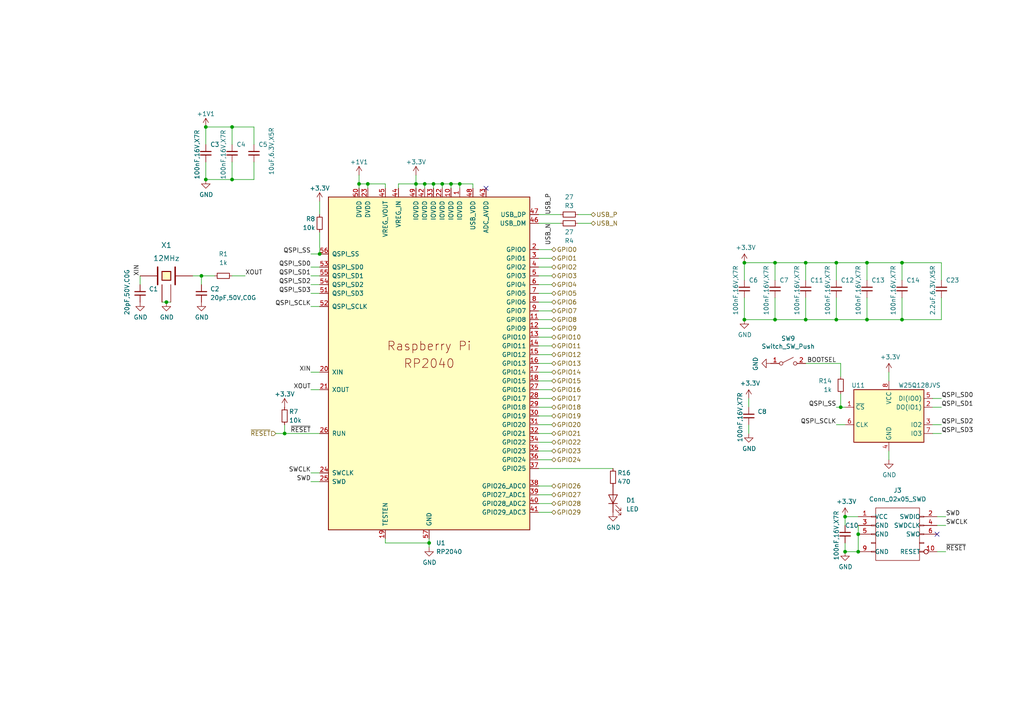
<source format=kicad_sch>
(kicad_sch (version 20211123) (generator eeschema)

  (uuid bb72c6b7-5c06-4349-9ff0-7289bea3f3c7)

  (paper "A4")

  (title_block
    (date "2021-06-05")
    (rev "Jun2021")
  )

  (lib_symbols
    (symbol "jlcpcb-basic-capacitor-0402:100nF,16V,X7R " (in_bom yes) (on_board yes)
      (property "Reference" "C" (id 0) (at 1.71 0.508 0)
        (effects (font (size 1.27 1.27)) (justify left))
      )
      (property "Value" "100nF,16V,X7R " (id 1) (at 1.71 -1.016 0)
        (effects (font (size 1.27 1.27)) (justify left))
      )
      (property "Footprint" "C_0402_1005Metric" (id 2) (at 0 0 0)
        (effects (font (size 1.27 1.27)) hide)
      )
      (property "Datasheet" "https://datasheet.lcsc.com/lcsc/1810191219_Samsung-Electro-Mechanics-CL05B104KO5NNNC_C1525.pdf" (id 3) (at 0 0 0)
        (effects (font (size 1.27 1.27)) hide)
      )
      (property "LCSC" "C1525" (id 4) (at 0 0 0)
        (effects (font (size 0 0)) hide)
      )
      (property "MFG" "Samsung Electro-Mechanics" (id 5) (at 0 0 0)
        (effects (font (size 0 0)) hide)
      )
      (property "MFGPN" "CL05B104KO5NNNC" (id 6) (at 0 0 0)
        (effects (font (size 0 0)) hide)
      )
      (property "ki_locked" "" (id 7) (at 0 0 0)
        (effects (font (size 1.27 1.27)))
      )
      (property "ki_description" "16V 100nF X7R   10% 0402 Multilayer Ceramic Capacitors MLCC - SMD SMT ROHS" (id 8) (at 0 0 0)
        (effects (font (size 1.27 1.27)) hide)
      )
      (symbol "100nF,16V,X7R _0_0"
        (polyline
          (pts
            (xy -1.524 -0.508)
            (xy 1.524 -0.508)
          )
          (stroke (width 0.3048) (type default) (color 0 0 0 0))
          (fill (type none))
        )
        (polyline
          (pts
            (xy -1.524 0.508)
            (xy 1.524 0.508)
          )
          (stroke (width 0.3048) (type default) (color 0 0 0 0))
          (fill (type none))
        )
        (pin passive line (at 0 2.54 270) (length 2.032)
          (name "~" (effects (font (size 0 0))))
          (number "1" (effects (font (size 0 0))))
        )
        (pin passive line (at 0 -2.54 90) (length 2.032)
          (name "~" (effects (font (size 0 0))))
          (number "2" (effects (font (size 0 0))))
        )
      )
    )
    (symbol "jlcpcb-basic-capacitor-0402:10uF,6.3V,X5R " (in_bom yes) (on_board yes)
      (property "Reference" "C" (id 0) (at 1.71 0.508 0)
        (effects (font (size 1.27 1.27)) (justify left))
      )
      (property "Value" "10uF,6.3V,X5R " (id 1) (at 1.71 -1.016 0)
        (effects (font (size 1.27 1.27)) (justify left))
      )
      (property "Footprint" "C_0402_1005Metric" (id 2) (at 0 0 0)
        (effects (font (size 1.27 1.27)) hide)
      )
      (property "Datasheet" "https://datasheet.lcsc.com/lcsc/1810191215_Samsung-Electro-Mechanics-CL05A106MQ5NUNC_C15525.pdf" (id 3) (at 0 0 0)
        (effects (font (size 1.27 1.27)) hide)
      )
      (property "LCSC" "C15525" (id 4) (at 0 0 0)
        (effects (font (size 0 0)) hide)
      )
      (property "MFG" "Samsung Electro-Mechanics" (id 5) (at 0 0 0)
        (effects (font (size 0 0)) hide)
      )
      (property "MFGPN" "CL05A106MQ5NUNC" (id 6) (at 0 0 0)
        (effects (font (size 0 0)) hide)
      )
      (property "ki_locked" "" (id 7) (at 0 0 0)
        (effects (font (size 1.27 1.27)))
      )
      (property "ki_description" "6 3V 10uF X5R   20% 0402 Multilayer Ceramic Capacitors MLCC - SMD SMT ROHS" (id 8) (at 0 0 0)
        (effects (font (size 1.27 1.27)) hide)
      )
      (symbol "10uF,6.3V,X5R _0_0"
        (polyline
          (pts
            (xy -1.524 -0.508)
            (xy 1.524 -0.508)
          )
          (stroke (width 0.3048) (type default) (color 0 0 0 0))
          (fill (type none))
        )
        (polyline
          (pts
            (xy -1.524 0.508)
            (xy 1.524 0.508)
          )
          (stroke (width 0.3048) (type default) (color 0 0 0 0))
          (fill (type none))
        )
        (pin passive line (at 0 2.54 270) (length 2.032)
          (name "~" (effects (font (size 0 0))))
          (number "1" (effects (font (size 0 0))))
        )
        (pin passive line (at 0 -2.54 90) (length 2.032)
          (name "~" (effects (font (size 0 0))))
          (number "2" (effects (font (size 0 0))))
        )
      )
    )
    (symbol "jlcpcb-basic-capacitor-0402:2.2uF,6.3V,X5R " (in_bom yes) (on_board yes)
      (property "Reference" "C" (id 0) (at 1.71 0.508 0)
        (effects (font (size 1.27 1.27)) (justify left))
      )
      (property "Value" "2.2uF,6.3V,X5R " (id 1) (at 1.71 -1.016 0)
        (effects (font (size 1.27 1.27)) (justify left))
      )
      (property "Footprint" "C_0402_1005Metric" (id 2) (at 0 0 0)
        (effects (font (size 1.27 1.27)) hide)
      )
      (property "Datasheet" "https://datasheet.lcsc.com/lcsc/1811021410_Samsung-Electro-Mechanics-CL05A225MQ5NSNC_C12530.pdf" (id 3) (at 0 0 0)
        (effects (font (size 1.27 1.27)) hide)
      )
      (property "LCSC" "C12530" (id 4) (at 0 0 0)
        (effects (font (size 0 0)) hide)
      )
      (property "MFG" "Samsung Electro-Mechanics" (id 5) (at 0 0 0)
        (effects (font (size 0 0)) hide)
      )
      (property "MFGPN" "CL05A225MQ5NSNC" (id 6) (at 0 0 0)
        (effects (font (size 0 0)) hide)
      )
      (property "ki_locked" "" (id 7) (at 0 0 0)
        (effects (font (size 1.27 1.27)))
      )
      (property "ki_description" "6 3V 2 2uF X5R   20% 0402 Multilayer Ceramic Capacitors MLCC - SMD SMT ROHS" (id 8) (at 0 0 0)
        (effects (font (size 1.27 1.27)) hide)
      )
      (symbol "2.2uF,6.3V,X5R _0_0"
        (polyline
          (pts
            (xy -1.524 -0.508)
            (xy 1.524 -0.508)
          )
          (stroke (width 0.3048) (type default) (color 0 0 0 0))
          (fill (type none))
        )
        (polyline
          (pts
            (xy -1.524 0.508)
            (xy 1.524 0.508)
          )
          (stroke (width 0.3048) (type default) (color 0 0 0 0))
          (fill (type none))
        )
        (pin passive line (at 0 2.54 270) (length 2.032)
          (name "~" (effects (font (size 0 0))))
          (number "1" (effects (font (size 0 0))))
        )
        (pin passive line (at 0 -2.54 90) (length 2.032)
          (name "~" (effects (font (size 0 0))))
          (number "2" (effects (font (size 0 0))))
        )
      )
    )
    (symbol "jlcpcb-basic-capacitor-0402:20pF,50V,C0G " (in_bom yes) (on_board yes)
      (property "Reference" "C" (id 0) (at 1.71 0.508 0)
        (effects (font (size 1.27 1.27)) (justify left))
      )
      (property "Value" "20pF,50V,C0G " (id 1) (at 1.71 -1.016 0)
        (effects (font (size 1.27 1.27)) (justify left))
      )
      (property "Footprint" "C_0402_1005Metric" (id 2) (at 0 0 0)
        (effects (font (size 1.27 1.27)) hide)
      )
      (property "Datasheet" "https://datasheet.lcsc.com/lcsc/1811141710_FH-Guangdong-Fenghua-Advanced-Tech-0402CG200J500NT_C1554.pdf" (id 3) (at 0 0 0)
        (effects (font (size 1.27 1.27)) hide)
      )
      (property "LCSC" "C1554" (id 4) (at 0 0 0)
        (effects (font (size 0 0)) hide)
      )
      (property "MFG" "FH(Guangdong Fenghua Advanced Tech)" (id 5) (at 0 0 0)
        (effects (font (size 0 0)) hide)
      )
      (property "MFGPN" "0402CG200J500NT" (id 6) (at 0 0 0)
        (effects (font (size 0 0)) hide)
      )
      (property "ki_locked" "" (id 7) (at 0 0 0)
        (effects (font (size 1.27 1.27)))
      )
      (property "ki_description" "50V 20pF C0G   5% 0402 Multilayer Ceramic Capacitors MLCC - SMD SMT ROHS" (id 8) (at 0 0 0)
        (effects (font (size 1.27 1.27)) hide)
      )
      (symbol "20pF,50V,C0G _0_0"
        (polyline
          (pts
            (xy -1.524 -0.508)
            (xy 1.524 -0.508)
          )
          (stroke (width 0.3048) (type default) (color 0 0 0 0))
          (fill (type none))
        )
        (polyline
          (pts
            (xy -1.524 0.508)
            (xy 1.524 0.508)
          )
          (stroke (width 0.3048) (type default) (color 0 0 0 0))
          (fill (type none))
        )
        (pin passive line (at 0 2.54 270) (length 2.032)
          (name "~" (effects (font (size 0 0))))
          (number "1" (effects (font (size 0 0))))
        )
        (pin passive line (at 0 -2.54 90) (length 2.032)
          (name "~" (effects (font (size 0 0))))
          (number "2" (effects (font (size 0 0))))
        )
      )
    )
    (symbol "jlcpcb-basic-resistor-0402:10k" (in_bom yes) (on_board yes)
      (property "Reference" "R" (id 0) (at 0.762 0.508 0)
        (effects (font (size 1.27 1.27)) (justify left))
      )
      (property "Value" "10k" (id 1) (at 0.762 -1.016 0)
        (effects (font (size 1.27 1.27)) (justify left))
      )
      (property "Footprint" "R_0402_1005Metric" (id 2) (at 0 0 0)
        (effects (font (size 1.27 1.27)) hide)
      )
      (property "Datasheet" "https://datasheet.lcsc.com/lcsc/2110260030_UNI-ROYAL-Uniroyal-Elec-0402WGF1002TCE_C25744.pdf" (id 3) (at 0 0 0)
        (effects (font (size 1.27 1.27)) hide)
      )
      (property "LCSC" "C25744" (id 4) (at 0 0 0)
        (effects (font (size 0 0)) hide)
      )
      (property "MFG" "UNI-ROYAL(Uniroyal Elec)" (id 5) (at 0 0 0)
        (effects (font (size 0 0)) hide)
      )
      (property "MFGPN" "0402WGF1002TCE" (id 6) (at 0 0 0)
        (effects (font (size 0 0)) hide)
      )
      (property "ki_locked" "" (id 7) (at 0 0 0)
        (effects (font (size 1.27 1.27)))
      )
      (property "ki_description" "1% 1 16W Thick Film Resistors 50V   100ppm    -55    155   10k   0402 Chip Resistor - Surface Mount ROHS" (id 8) (at 0 0 0)
        (effects (font (size 1.27 1.27)) hide)
      )
      (symbol "10k_0_0"
        (rectangle (start -0.762 1.778) (end 0.762 -1.778)
          (stroke (width 0.2032) (type default) (color 0 0 0 0))
          (fill (type none))
        )
        (pin passive line (at 0 2.54 270) (length 0.762)
          (name "~" (effects (font (size 0 0))))
          (number "1" (effects (font (size 0 0))))
        )
        (pin passive line (at 0 -2.54 90) (length 0.762)
          (name "~" (effects (font (size 0 0))))
          (number "2" (effects (font (size 0 0))))
        )
      )
    )
    (symbol "jlcpcb-basic-resistor-0402:1k" (in_bom yes) (on_board yes)
      (property "Reference" "R" (id 0) (at 0.762 0.508 0)
        (effects (font (size 1.27 1.27)) (justify left))
      )
      (property "Value" "1k" (id 1) (at 0.762 -1.016 0)
        (effects (font (size 1.27 1.27)) (justify left))
      )
      (property "Footprint" "R_0402_1005Metric" (id 2) (at 0 0 0)
        (effects (font (size 1.27 1.27)) hide)
      )
      (property "Datasheet" "https://datasheet.lcsc.com/lcsc/2110251730_UNI-ROYAL-Uniroyal-Elec-0402WGF1001TCE_C11702.pdf" (id 3) (at 0 0 0)
        (effects (font (size 1.27 1.27)) hide)
      )
      (property "LCSC" "C11702" (id 4) (at 0 0 0)
        (effects (font (size 0 0)) hide)
      )
      (property "MFG" "UNI-ROYAL(Uniroyal Elec)" (id 5) (at 0 0 0)
        (effects (font (size 0 0)) hide)
      )
      (property "MFGPN" "0402WGF1001TCE" (id 6) (at 0 0 0)
        (effects (font (size 0 0)) hide)
      )
      (property "ki_locked" "" (id 7) (at 0 0 0)
        (effects (font (size 1.27 1.27)))
      )
      (property "ki_description" "1% 1 16W Thick Film Resistors 50V   100ppm    -55    155   1k   0402 Chip Resistor - Surface Mount ROHS" (id 8) (at 0 0 0)
        (effects (font (size 1.27 1.27)) hide)
      )
      (symbol "1k_0_0"
        (rectangle (start -0.762 1.778) (end 0.762 -1.778)
          (stroke (width 0.2032) (type default) (color 0 0 0 0))
          (fill (type none))
        )
        (pin passive line (at 0 2.54 270) (length 0.762)
          (name "~" (effects (font (size 0 0))))
          (number "1" (effects (font (size 0 0))))
        )
        (pin passive line (at 0 -2.54 90) (length 0.762)
          (name "~" (effects (font (size 0 0))))
          (number "2" (effects (font (size 0 0))))
        )
      )
    )
    (symbol "jlcpcb-basic-resistor-0402:470" (in_bom yes) (on_board yes)
      (property "Reference" "R" (id 0) (at 0.762 0.508 0)
        (effects (font (size 1.27 1.27)) (justify left))
      )
      (property "Value" "470" (id 1) (at 0.762 -1.016 0)
        (effects (font (size 1.27 1.27)) (justify left))
      )
      (property "Footprint" "R_0402_1005Metric" (id 2) (at 0 0 0)
        (effects (font (size 1.27 1.27)) hide)
      )
      (property "Datasheet" "https://datasheet.lcsc.com/lcsc/2110252230_UNI-ROYAL-Uniroyal-Elec-0402WGF4700TCE_C25117.pdf" (id 3) (at 0 0 0)
        (effects (font (size 1.27 1.27)) hide)
      )
      (property "LCSC" "C25117" (id 4) (at 0 0 0)
        (effects (font (size 0 0)) hide)
      )
      (property "MFG" "UNI-ROYAL(Uniroyal Elec)" (id 5) (at 0 0 0)
        (effects (font (size 0 0)) hide)
      )
      (property "MFGPN" "0402WGF4700TCE" (id 6) (at 0 0 0)
        (effects (font (size 0 0)) hide)
      )
      (property "ki_locked" "" (id 7) (at 0 0 0)
        (effects (font (size 1.27 1.27)))
      )
      (property "ki_description" "1% 1 16W Thick Film Resistors 50V   100ppm    -55    155   470   0402 Chip Resistor - Surface Mount ROHS" (id 8) (at 0 0 0)
        (effects (font (size 1.27 1.27)) hide)
      )
      (symbol "470_0_0"
        (rectangle (start -0.762 1.778) (end 0.762 -1.778)
          (stroke (width 0.2032) (type default) (color 0 0 0 0))
          (fill (type none))
        )
        (pin passive line (at 0 2.54 270) (length 0.762)
          (name "~" (effects (font (size 0 0))))
          (number "1" (effects (font (size 0 0))))
        )
        (pin passive line (at 0 -2.54 90) (length 0.762)
          (name "~" (effects (font (size 0 0))))
          (number "2" (effects (font (size 0 0))))
        )
      )
    )
    (symbol "jlcpcb-basic-resistor-0603:27" (in_bom yes) (on_board yes)
      (property "Reference" "R" (id 0) (at 0.762 0.508 0)
        (effects (font (size 1.27 1.27)) (justify left))
      )
      (property "Value" "27" (id 1) (at 0.762 -1.016 0)
        (effects (font (size 1.27 1.27)) (justify left))
      )
      (property "Footprint" "R_0603_1608Metric" (id 2) (at 0 0 0)
        (effects (font (size 1.27 1.27)) hide)
      )
      (property "Datasheet" "https://datasheet.lcsc.com/lcsc/2110252230_UNI-ROYAL-Uniroyal-Elec-0603WAF270JT5E_C25190.pdf" (id 3) (at 0 0 0)
        (effects (font (size 1.27 1.27)) hide)
      )
      (property "LCSC" "C25190" (id 4) (at 0 0 0)
        (effects (font (size 0 0)) hide)
      )
      (property "MFG" "UNI-ROYAL(Uniroyal Elec)" (id 5) (at 0 0 0)
        (effects (font (size 0 0)) hide)
      )
      (property "MFGPN" "0603WAF270JT5E" (id 6) (at 0 0 0)
        (effects (font (size 0 0)) hide)
      )
      (property "ki_locked" "" (id 7) (at 0 0 0)
        (effects (font (size 1.27 1.27)))
      )
      (property "ki_description" "1% 1 10W Thick Film Resistors 75V   200ppm    -55    155   27   0603 Chip Resistor - Surface Mount ROHS" (id 8) (at 0 0 0)
        (effects (font (size 1.27 1.27)) hide)
      )
      (symbol "27_0_0"
        (rectangle (start -0.762 1.778) (end 0.762 -1.778)
          (stroke (width 0.2032) (type default) (color 0 0 0 0))
          (fill (type none))
        )
        (pin passive line (at 0 2.54 270) (length 0.762)
          (name "~" (effects (font (size 0 0))))
          (number "1" (effects (font (size 0 0))))
        )
        (pin passive line (at 0 -2.54 90) (length 0.762)
          (name "~" (effects (font (size 0 0))))
          (number "2" (effects (font (size 0 0))))
        )
      )
    )
    (symbol "power:+1V1" (power) (pin_names (offset 0)) (in_bom yes) (on_board yes)
      (property "Reference" "#PWR" (id 0) (at 0 -3.81 0)
        (effects (font (size 1.27 1.27)) hide)
      )
      (property "Value" "+1V1" (id 1) (at 0 3.556 0)
        (effects (font (size 1.27 1.27)))
      )
      (property "Footprint" "" (id 2) (at 0 0 0)
        (effects (font (size 1.27 1.27)) hide)
      )
      (property "Datasheet" "" (id 3) (at 0 0 0)
        (effects (font (size 1.27 1.27)) hide)
      )
      (property "ki_keywords" "power-flag" (id 4) (at 0 0 0)
        (effects (font (size 1.27 1.27)) hide)
      )
      (property "ki_description" "Power symbol creates a global label with name \"+1V1\"" (id 5) (at 0 0 0)
        (effects (font (size 1.27 1.27)) hide)
      )
      (symbol "+1V1_0_1"
        (polyline
          (pts
            (xy -0.762 1.27)
            (xy 0 2.54)
          )
          (stroke (width 0) (type default) (color 0 0 0 0))
          (fill (type none))
        )
        (polyline
          (pts
            (xy 0 0)
            (xy 0 2.54)
          )
          (stroke (width 0) (type default) (color 0 0 0 0))
          (fill (type none))
        )
        (polyline
          (pts
            (xy 0 2.54)
            (xy 0.762 1.27)
          )
          (stroke (width 0) (type default) (color 0 0 0 0))
          (fill (type none))
        )
      )
      (symbol "+1V1_1_1"
        (pin power_in line (at 0 0 90) (length 0) hide
          (name "+1V1" (effects (font (size 1.27 1.27))))
          (number "1" (effects (font (size 1.27 1.27))))
        )
      )
    )
    (symbol "power:+3.3V" (power) (pin_names (offset 0)) (in_bom yes) (on_board yes)
      (property "Reference" "#PWR" (id 0) (at 0 -3.81 0)
        (effects (font (size 1.27 1.27)) hide)
      )
      (property "Value" "+3.3V" (id 1) (at 0 3.556 0)
        (effects (font (size 1.27 1.27)))
      )
      (property "Footprint" "" (id 2) (at 0 0 0)
        (effects (font (size 1.27 1.27)) hide)
      )
      (property "Datasheet" "" (id 3) (at 0 0 0)
        (effects (font (size 1.27 1.27)) hide)
      )
      (property "ki_keywords" "power-flag" (id 4) (at 0 0 0)
        (effects (font (size 1.27 1.27)) hide)
      )
      (property "ki_description" "Power symbol creates a global label with name \"+3.3V\"" (id 5) (at 0 0 0)
        (effects (font (size 1.27 1.27)) hide)
      )
      (symbol "+3.3V_0_1"
        (polyline
          (pts
            (xy -0.762 1.27)
            (xy 0 2.54)
          )
          (stroke (width 0) (type default) (color 0 0 0 0))
          (fill (type none))
        )
        (polyline
          (pts
            (xy 0 0)
            (xy 0 2.54)
          )
          (stroke (width 0) (type default) (color 0 0 0 0))
          (fill (type none))
        )
        (polyline
          (pts
            (xy 0 2.54)
            (xy 0.762 1.27)
          )
          (stroke (width 0) (type default) (color 0 0 0 0))
          (fill (type none))
        )
      )
      (symbol "+3.3V_1_1"
        (pin power_in line (at 0 0 90) (length 0) hide
          (name "+3.3V" (effects (font (size 1.27 1.27))))
          (number "1" (effects (font (size 1.27 1.27))))
        )
      )
    )
    (symbol "power:GND" (power) (pin_names (offset 0)) (in_bom yes) (on_board yes)
      (property "Reference" "#PWR" (id 0) (at 0 -6.35 0)
        (effects (font (size 1.27 1.27)) hide)
      )
      (property "Value" "GND" (id 1) (at 0 -3.81 0)
        (effects (font (size 1.27 1.27)))
      )
      (property "Footprint" "" (id 2) (at 0 0 0)
        (effects (font (size 1.27 1.27)) hide)
      )
      (property "Datasheet" "" (id 3) (at 0 0 0)
        (effects (font (size 1.27 1.27)) hide)
      )
      (property "ki_keywords" "power-flag" (id 4) (at 0 0 0)
        (effects (font (size 1.27 1.27)) hide)
      )
      (property "ki_description" "Power symbol creates a global label with name \"GND\" , ground" (id 5) (at 0 0 0)
        (effects (font (size 1.27 1.27)) hide)
      )
      (symbol "GND_0_1"
        (polyline
          (pts
            (xy 0 0)
            (xy 0 -1.27)
            (xy 1.27 -1.27)
            (xy 0 -2.54)
            (xy -1.27 -1.27)
            (xy 0 -1.27)
          )
          (stroke (width 0) (type default) (color 0 0 0 0))
          (fill (type none))
        )
      )
      (symbol "GND_1_1"
        (pin power_in line (at 0 0 270) (length 0) hide
          (name "GND" (effects (font (size 1.27 1.27))))
          (number "1" (effects (font (size 1.27 1.27))))
        )
      )
    )
    (symbol "tom-connectors:Conn_02x05_SWD" (pin_names (offset 1.016)) (in_bom yes) (on_board yes)
      (property "Reference" "J" (id 0) (at 5.08 8.89 0)
        (effects (font (size 1.27 1.27)))
      )
      (property "Value" "Conn_02x05_SWD" (id 1) (at 0 -8.89 0)
        (effects (font (size 1.27 1.27)))
      )
      (property "Footprint" "" (id 2) (at -6.35 0 0)
        (effects (font (size 1.27 1.27)) hide)
      )
      (property "Datasheet" "~" (id 3) (at -6.35 0 0)
        (effects (font (size 1.27 1.27)) hide)
      )
      (property "ki_keywords" "connector" (id 4) (at 0 0 0)
        (effects (font (size 1.27 1.27)) hide)
      )
      (property "ki_description" "Generic connector, double row, 02x05, odd/even pin numbering scheme (row 1 odd numbers, row 2 even numbers), script generated (kicad-library-utils/schlib/autogen/connector/)" (id 5) (at 0 0 0)
        (effects (font (size 1.27 1.27)) hide)
      )
      (property "ki_fp_filters" "Connector*:*_2x??_*" (id 6) (at 0 0 0)
        (effects (font (size 1.27 1.27)) hide)
      )
      (symbol "Conn_02x05_SWD_0_1"
        (rectangle (start -6.35 7.62) (end 6.35 -7.62)
          (stroke (width 0) (type default) (color 0 0 0 0))
          (fill (type none))
        )
      )
      (symbol "Conn_02x05_SWD_1_1"
        (rectangle (start -7.62 -4.953) (end -6.35 -5.207)
          (stroke (width 0.1524) (type default) (color 0 0 0 0))
          (fill (type none))
        )
        (rectangle (start -7.62 -2.413) (end -6.35 -2.667)
          (stroke (width 0.1524) (type default) (color 0 0 0 0))
          (fill (type none))
        )
        (rectangle (start -7.62 0.127) (end -6.35 -0.127)
          (stroke (width 0.1524) (type default) (color 0 0 0 0))
          (fill (type none))
        )
        (rectangle (start -7.62 2.667) (end -6.35 2.413)
          (stroke (width 0.1524) (type default) (color 0 0 0 0))
          (fill (type none))
        )
        (rectangle (start -7.62 5.207) (end -6.35 4.953)
          (stroke (width 0.1524) (type default) (color 0 0 0 0))
          (fill (type none))
        )
        (rectangle (start 7.62 -4.953) (end 6.35 -5.207)
          (stroke (width 0.1524) (type default) (color 0 0 0 0))
          (fill (type none))
        )
        (rectangle (start 7.62 -2.413) (end 6.35 -2.667)
          (stroke (width 0.1524) (type default) (color 0 0 0 0))
          (fill (type none))
        )
        (rectangle (start 7.62 0.127) (end 6.35 -0.127)
          (stroke (width 0.1524) (type default) (color 0 0 0 0))
          (fill (type none))
        )
        (rectangle (start 7.62 2.667) (end 6.35 2.413)
          (stroke (width 0.1524) (type default) (color 0 0 0 0))
          (fill (type none))
        )
        (rectangle (start 7.62 5.207) (end 6.35 4.953)
          (stroke (width 0.1524) (type default) (color 0 0 0 0))
          (fill (type none))
        )
        (pin power_in line (at -11.43 5.08 0) (length 3.81)
          (name "VCC" (effects (font (size 1.27 1.27))))
          (number "1" (effects (font (size 1.27 1.27))))
        )
        (pin bidirectional inverted (at 11.43 -5.08 180) (length 3.81)
          (name "RESET" (effects (font (size 1.27 1.27))))
          (number "10" (effects (font (size 1.27 1.27))))
        )
        (pin bidirectional line (at 11.43 5.08 180) (length 3.81)
          (name "SWDIO" (effects (font (size 1.27 1.27))))
          (number "2" (effects (font (size 1.27 1.27))))
        )
        (pin passive line (at -11.43 2.54 0) (length 3.81)
          (name "GND" (effects (font (size 1.27 1.27))))
          (number "3" (effects (font (size 1.27 1.27))))
        )
        (pin bidirectional line (at 11.43 2.54 180) (length 3.81)
          (name "SWDCLK" (effects (font (size 1.27 1.27))))
          (number "4" (effects (font (size 1.27 1.27))))
        )
        (pin passive line (at -11.43 0 0) (length 3.81)
          (name "GND" (effects (font (size 1.27 1.27))))
          (number "5" (effects (font (size 1.27 1.27))))
        )
        (pin bidirectional line (at 11.43 0 180) (length 3.81)
          (name "SWO" (effects (font (size 1.27 1.27))))
          (number "6" (effects (font (size 1.27 1.27))))
        )
        (pin passive line (at -11.43 -5.08 0) (length 3.81)
          (name "GND" (effects (font (size 1.27 1.27))))
          (number "9" (effects (font (size 1.27 1.27))))
        )
      )
    )
    (symbol "tom-mechanical:SW_SPST" (pin_names (offset 0) hide) (in_bom yes) (on_board yes)
      (property "Reference" "SW" (id 0) (at 0 3.175 0)
        (effects (font (size 1.27 1.27)))
      )
      (property "Value" "SW_SPST" (id 1) (at 0 -2.54 0)
        (effects (font (size 1.27 1.27)))
      )
      (property "Footprint" "" (id 2) (at 0 0 0)
        (effects (font (size 1.27 1.27)) hide)
      )
      (property "Datasheet" "~" (id 3) (at 0 0 0)
        (effects (font (size 1.27 1.27)) hide)
      )
      (property "ki_keywords" "switch lever" (id 4) (at 0 0 0)
        (effects (font (size 1.27 1.27)) hide)
      )
      (property "ki_description" "Single Pole Single Throw (SPST) switch" (id 5) (at 0 0 0)
        (effects (font (size 1.27 1.27)) hide)
      )
      (symbol "SW_SPST_0_0"
        (circle (center -2.032 0) (radius 0.508)
          (stroke (width 0) (type default) (color 0 0 0 0))
          (fill (type none))
        )
        (polyline
          (pts
            (xy -1.524 0.254)
            (xy 1.524 1.778)
          )
          (stroke (width 0) (type default) (color 0 0 0 0))
          (fill (type none))
        )
        (circle (center 2.032 0) (radius 0.508)
          (stroke (width 0) (type default) (color 0 0 0 0))
          (fill (type none))
        )
      )
      (symbol "SW_SPST_1_1"
        (pin passive line (at -5.08 0 0) (length 2.54)
          (name "A" (effects (font (size 1.27 1.27))))
          (number "1" (effects (font (size 1.27 1.27))))
        )
        (pin passive line (at 5.08 0 180) (length 2.54)
          (name "B" (effects (font (size 1.27 1.27))))
          (number "2" (effects (font (size 1.27 1.27))))
        )
      )
    )
    (symbol "tom-opto:LED" (pin_numbers hide) (pin_names (offset 1.016) hide) (in_bom yes) (on_board yes)
      (property "Reference" "D" (id 0) (at 0 2.54 0)
        (effects (font (size 1.27 1.27)))
      )
      (property "Value" "LED" (id 1) (at 0 -2.54 0)
        (effects (font (size 1.27 1.27)))
      )
      (property "Footprint" "" (id 2) (at 0 0 0)
        (effects (font (size 1.27 1.27)) hide)
      )
      (property "Datasheet" "~" (id 3) (at 0 0 0)
        (effects (font (size 1.27 1.27)) hide)
      )
      (property "ki_keywords" "LED diode" (id 4) (at 0 0 0)
        (effects (font (size 1.27 1.27)) hide)
      )
      (property "ki_description" "Light emitting diode" (id 5) (at 0 0 0)
        (effects (font (size 1.27 1.27)) hide)
      )
      (property "ki_fp_filters" "LED* LED_SMD:* LED_THT:*" (id 6) (at 0 0 0)
        (effects (font (size 1.27 1.27)) hide)
      )
      (symbol "LED_0_1"
        (polyline
          (pts
            (xy -1.27 -1.27)
            (xy -1.27 1.27)
          )
          (stroke (width 0.2032) (type default) (color 0 0 0 0))
          (fill (type none))
        )
        (polyline
          (pts
            (xy -1.27 0)
            (xy 1.27 0)
          )
          (stroke (width 0) (type default) (color 0 0 0 0))
          (fill (type none))
        )
        (polyline
          (pts
            (xy 1.27 -1.27)
            (xy 1.27 1.27)
            (xy -1.27 0)
            (xy 1.27 -1.27)
          )
          (stroke (width 0.2032) (type default) (color 0 0 0 0))
          (fill (type none))
        )
        (polyline
          (pts
            (xy -3.048 -0.762)
            (xy -4.572 -2.286)
            (xy -3.81 -2.286)
            (xy -4.572 -2.286)
            (xy -4.572 -1.524)
          )
          (stroke (width 0) (type default) (color 0 0 0 0))
          (fill (type none))
        )
        (polyline
          (pts
            (xy -1.778 -0.762)
            (xy -3.302 -2.286)
            (xy -2.54 -2.286)
            (xy -3.302 -2.286)
            (xy -3.302 -1.524)
          )
          (stroke (width 0) (type default) (color 0 0 0 0))
          (fill (type none))
        )
      )
      (symbol "LED_1_1"
        (pin passive line (at -3.81 0 0) (length 2.54)
          (name "K" (effects (font (size 1.27 1.27))))
          (number "1" (effects (font (size 1.27 1.27))))
        )
        (pin passive line (at 3.81 0 180) (length 2.54)
          (name "A" (effects (font (size 1.27 1.27))))
          (number "2" (effects (font (size 1.27 1.27))))
        )
      )
    )
    (symbol "tom-passives:CRYSTAL_4PIN" (pin_numbers hide) (pin_names (offset 1.016) hide) (in_bom yes) (on_board yes)
      (property "Reference" "X" (id 0) (at 0 3.81 0)
        (effects (font (size 1.524 1.524)))
      )
      (property "Value" "CRYSTAL_4PIN" (id 1) (at 0 -3.81 0)
        (effects (font (size 1.524 1.524)))
      )
      (property "Footprint" "" (id 2) (at 0 0 0)
        (effects (font (size 1.524 1.524)))
      )
      (property "Datasheet" "" (id 3) (at 0 0 0)
        (effects (font (size 1.524 1.524)))
      )
      (symbol "CRYSTAL_4PIN_0_1"
        (polyline
          (pts
            (xy -2.54 2.54)
            (xy -2.54 -2.54)
          )
          (stroke (width 0.4064) (type default) (color 0 0 0 0))
          (fill (type none))
        )
        (polyline
          (pts
            (xy 2.54 2.54)
            (xy 2.54 -2.54)
          )
          (stroke (width 0.4064) (type default) (color 0 0 0 0))
          (fill (type none))
        )
        (polyline
          (pts
            (xy -1.27 1.27)
            (xy 1.27 1.27)
            (xy 1.27 -1.27)
            (xy -1.27 -1.27)
            (xy -1.27 1.27)
          )
          (stroke (width 0.3048) (type default) (color 0 0 0 0))
          (fill (type background))
        )
      )
      (symbol "CRYSTAL_4PIN_1_1"
        (pin passive line (at -7.62 0 0) (length 5.08)
          (name "1" (effects (font (size 1.016 1.016))))
          (number "1" (effects (font (size 1.016 1.016))))
        )
        (pin power_in line (at -1.27 -7.62 90) (length 5.08)
          (name "GND" (effects (font (size 1.016 1.016))))
          (number "2" (effects (font (size 1.016 1.016))))
        )
        (pin passive line (at 7.62 0 180) (length 5.08)
          (name "3" (effects (font (size 1.016 1.016))))
          (number "3" (effects (font (size 1.016 1.016))))
        )
        (pin power_in line (at 1.27 -7.62 90) (length 5.08)
          (name "GND" (effects (font (size 1.016 1.016))))
          (number "4" (effects (font (size 1.016 1.016))))
        )
      )
    )
    (symbol "tom-semiconductors:RP2040" (pin_names (offset 1.016)) (in_bom yes) (on_board yes)
      (property "Reference" "U" (id 0) (at -29.21 49.53 0)
        (effects (font (size 1.27 1.27)))
      )
      (property "Value" "RP2040" (id 1) (at 24.13 -49.53 0)
        (effects (font (size 1.27 1.27)))
      )
      (property "Footprint" "tom-semiconductors:RP2040-QFN-56" (id 2) (at -19.05 0 0)
        (effects (font (size 1.27 1.27)) hide)
      )
      (property "Datasheet" "" (id 3) (at -19.05 0 0)
        (effects (font (size 1.27 1.27)) hide)
      )
      (property "LCSC" "C2040" (id 4) (at 0 0 0)
        (effects (font (size 1.27 1.27)) hide)
      )
      (symbol "RP2040_0_0"
        (text "Raspberry Pi" (at 0 5.08 0)
          (effects (font (size 2.54 2.54)))
        )
        (text "RP2040" (at 0 0 0)
          (effects (font (size 2.54 2.54)))
        )
      )
      (symbol "RP2040_0_1"
        (rectangle (start 29.21 48.26) (end -29.21 -48.26)
          (stroke (width 0.254) (type default) (color 0 0 0 0))
          (fill (type background))
        )
      )
      (symbol "RP2040_1_1"
        (pin power_in line (at 8.89 50.8 270) (length 2.54)
          (name "IOVDD" (effects (font (size 1.27 1.27))))
          (number "1" (effects (font (size 1.27 1.27))))
        )
        (pin power_in line (at 6.35 50.8 270) (length 2.54)
          (name "IOVDD" (effects (font (size 1.27 1.27))))
          (number "10" (effects (font (size 1.27 1.27))))
        )
        (pin bidirectional line (at 31.75 12.7 180) (length 2.54)
          (name "GPIO8" (effects (font (size 1.27 1.27))))
          (number "11" (effects (font (size 1.27 1.27))))
        )
        (pin bidirectional line (at 31.75 10.16 180) (length 2.54)
          (name "GPIO9" (effects (font (size 1.27 1.27))))
          (number "12" (effects (font (size 1.27 1.27))))
        )
        (pin bidirectional line (at 31.75 7.62 180) (length 2.54)
          (name "GPIO10" (effects (font (size 1.27 1.27))))
          (number "13" (effects (font (size 1.27 1.27))))
        )
        (pin bidirectional line (at 31.75 5.08 180) (length 2.54)
          (name "GPIO11" (effects (font (size 1.27 1.27))))
          (number "14" (effects (font (size 1.27 1.27))))
        )
        (pin bidirectional line (at 31.75 2.54 180) (length 2.54)
          (name "GPIO12" (effects (font (size 1.27 1.27))))
          (number "15" (effects (font (size 1.27 1.27))))
        )
        (pin bidirectional line (at 31.75 0 180) (length 2.54)
          (name "GPIO13" (effects (font (size 1.27 1.27))))
          (number "16" (effects (font (size 1.27 1.27))))
        )
        (pin bidirectional line (at 31.75 -2.54 180) (length 2.54)
          (name "GPIO14" (effects (font (size 1.27 1.27))))
          (number "17" (effects (font (size 1.27 1.27))))
        )
        (pin bidirectional line (at 31.75 -5.08 180) (length 2.54)
          (name "GPIO15" (effects (font (size 1.27 1.27))))
          (number "18" (effects (font (size 1.27 1.27))))
        )
        (pin passive line (at -12.7 -50.8 90) (length 2.54)
          (name "TESTEN" (effects (font (size 1.27 1.27))))
          (number "19" (effects (font (size 1.27 1.27))))
        )
        (pin bidirectional line (at 31.75 33.02 180) (length 2.54)
          (name "GPIO0" (effects (font (size 1.27 1.27))))
          (number "2" (effects (font (size 1.27 1.27))))
        )
        (pin input line (at -31.75 -2.54 0) (length 2.54)
          (name "XIN" (effects (font (size 1.27 1.27))))
          (number "20" (effects (font (size 1.27 1.27))))
        )
        (pin passive line (at -31.75 -7.62 0) (length 2.54)
          (name "XOUT" (effects (font (size 1.27 1.27))))
          (number "21" (effects (font (size 1.27 1.27))))
        )
        (pin power_in line (at 3.81 50.8 270) (length 2.54)
          (name "IOVDD" (effects (font (size 1.27 1.27))))
          (number "22" (effects (font (size 1.27 1.27))))
        )
        (pin power_in line (at -17.78 50.8 270) (length 2.54)
          (name "DVDD" (effects (font (size 1.27 1.27))))
          (number "23" (effects (font (size 1.27 1.27))))
        )
        (pin output line (at -31.75 -31.75 0) (length 2.54)
          (name "SWCLK" (effects (font (size 1.27 1.27))))
          (number "24" (effects (font (size 1.27 1.27))))
        )
        (pin bidirectional line (at -31.75 -34.29 0) (length 2.54)
          (name "SWD" (effects (font (size 1.27 1.27))))
          (number "25" (effects (font (size 1.27 1.27))))
        )
        (pin input line (at -31.75 -20.32 0) (length 2.54)
          (name "RUN" (effects (font (size 1.27 1.27))))
          (number "26" (effects (font (size 1.27 1.27))))
        )
        (pin bidirectional line (at 31.75 -7.62 180) (length 2.54)
          (name "GPIO16" (effects (font (size 1.27 1.27))))
          (number "27" (effects (font (size 1.27 1.27))))
        )
        (pin bidirectional line (at 31.75 -10.16 180) (length 2.54)
          (name "GPIO17" (effects (font (size 1.27 1.27))))
          (number "28" (effects (font (size 1.27 1.27))))
        )
        (pin bidirectional line (at 31.75 -12.7 180) (length 2.54)
          (name "GPIO18" (effects (font (size 1.27 1.27))))
          (number "29" (effects (font (size 1.27 1.27))))
        )
        (pin bidirectional line (at 31.75 30.48 180) (length 2.54)
          (name "GPIO1" (effects (font (size 1.27 1.27))))
          (number "3" (effects (font (size 1.27 1.27))))
        )
        (pin bidirectional line (at 31.75 -15.24 180) (length 2.54)
          (name "GPIO19" (effects (font (size 1.27 1.27))))
          (number "30" (effects (font (size 1.27 1.27))))
        )
        (pin bidirectional line (at 31.75 -17.78 180) (length 2.54)
          (name "GPIO20" (effects (font (size 1.27 1.27))))
          (number "31" (effects (font (size 1.27 1.27))))
        )
        (pin bidirectional line (at 31.75 -20.32 180) (length 2.54)
          (name "GPIO21" (effects (font (size 1.27 1.27))))
          (number "32" (effects (font (size 1.27 1.27))))
        )
        (pin power_in line (at 1.27 50.8 270) (length 2.54)
          (name "IOVDD" (effects (font (size 1.27 1.27))))
          (number "33" (effects (font (size 1.27 1.27))))
        )
        (pin bidirectional line (at 31.75 -22.86 180) (length 2.54)
          (name "GPIO22" (effects (font (size 1.27 1.27))))
          (number "34" (effects (font (size 1.27 1.27))))
        )
        (pin bidirectional line (at 31.75 -25.4 180) (length 2.54)
          (name "GPIO23" (effects (font (size 1.27 1.27))))
          (number "35" (effects (font (size 1.27 1.27))))
        )
        (pin bidirectional line (at 31.75 -27.94 180) (length 2.54)
          (name "GPIO24" (effects (font (size 1.27 1.27))))
          (number "36" (effects (font (size 1.27 1.27))))
        )
        (pin bidirectional line (at 31.75 -30.48 180) (length 2.54)
          (name "GPIO25" (effects (font (size 1.27 1.27))))
          (number "37" (effects (font (size 1.27 1.27))))
        )
        (pin bidirectional line (at 31.75 -35.56 180) (length 2.54)
          (name "GPIO26_ADC0" (effects (font (size 1.27 1.27))))
          (number "38" (effects (font (size 1.27 1.27))))
        )
        (pin bidirectional line (at 31.75 -38.1 180) (length 2.54)
          (name "GPIO27_ADC1" (effects (font (size 1.27 1.27))))
          (number "39" (effects (font (size 1.27 1.27))))
        )
        (pin bidirectional line (at 31.75 27.94 180) (length 2.54)
          (name "GPIO2" (effects (font (size 1.27 1.27))))
          (number "4" (effects (font (size 1.27 1.27))))
        )
        (pin bidirectional line (at 31.75 -40.64 180) (length 2.54)
          (name "GPIO28_ADC2" (effects (font (size 1.27 1.27))))
          (number "40" (effects (font (size 1.27 1.27))))
        )
        (pin bidirectional line (at 31.75 -43.18 180) (length 2.54)
          (name "GPIO29_ADC3" (effects (font (size 1.27 1.27))))
          (number "41" (effects (font (size 1.27 1.27))))
        )
        (pin power_in line (at -1.27 50.8 270) (length 2.54)
          (name "IOVDD" (effects (font (size 1.27 1.27))))
          (number "42" (effects (font (size 1.27 1.27))))
        )
        (pin power_in line (at 16.51 50.8 270) (length 2.54)
          (name "ADC_AVDD" (effects (font (size 1.27 1.27))))
          (number "43" (effects (font (size 1.27 1.27))))
        )
        (pin power_in line (at -8.89 50.8 270) (length 2.54)
          (name "VREG_IN" (effects (font (size 1.27 1.27))))
          (number "44" (effects (font (size 1.27 1.27))))
        )
        (pin power_out line (at -12.7 50.8 270) (length 2.54)
          (name "VREG_VOUT" (effects (font (size 1.27 1.27))))
          (number "45" (effects (font (size 1.27 1.27))))
        )
        (pin bidirectional line (at 31.75 40.64 180) (length 2.54)
          (name "USB_DM" (effects (font (size 1.27 1.27))))
          (number "46" (effects (font (size 1.27 1.27))))
        )
        (pin bidirectional line (at 31.75 43.18 180) (length 2.54)
          (name "USB_DP" (effects (font (size 1.27 1.27))))
          (number "47" (effects (font (size 1.27 1.27))))
        )
        (pin power_in line (at 12.7 50.8 270) (length 2.54)
          (name "USB_VDD" (effects (font (size 1.27 1.27))))
          (number "48" (effects (font (size 1.27 1.27))))
        )
        (pin power_in line (at -3.81 50.8 270) (length 2.54)
          (name "IOVDD" (effects (font (size 1.27 1.27))))
          (number "49" (effects (font (size 1.27 1.27))))
        )
        (pin bidirectional line (at 31.75 25.4 180) (length 2.54)
          (name "GPIO3" (effects (font (size 1.27 1.27))))
          (number "5" (effects (font (size 1.27 1.27))))
        )
        (pin power_in line (at -20.32 50.8 270) (length 2.54)
          (name "DVDD" (effects (font (size 1.27 1.27))))
          (number "50" (effects (font (size 1.27 1.27))))
        )
        (pin bidirectional line (at -31.75 20.32 0) (length 2.54)
          (name "QSPI_SD3" (effects (font (size 1.27 1.27))))
          (number "51" (effects (font (size 1.27 1.27))))
        )
        (pin output line (at -31.75 16.51 0) (length 2.54)
          (name "QSPI_SCLK" (effects (font (size 1.27 1.27))))
          (number "52" (effects (font (size 1.27 1.27))))
        )
        (pin bidirectional line (at -31.75 27.94 0) (length 2.54)
          (name "QSPI_SD0" (effects (font (size 1.27 1.27))))
          (number "53" (effects (font (size 1.27 1.27))))
        )
        (pin bidirectional line (at -31.75 22.86 0) (length 2.54)
          (name "QSPI_SD2" (effects (font (size 1.27 1.27))))
          (number "54" (effects (font (size 1.27 1.27))))
        )
        (pin bidirectional line (at -31.75 25.4 0) (length 2.54)
          (name "QSPI_SD1" (effects (font (size 1.27 1.27))))
          (number "55" (effects (font (size 1.27 1.27))))
        )
        (pin bidirectional line (at -31.75 31.75 0) (length 2.54)
          (name "QSPI_SS" (effects (font (size 1.27 1.27))))
          (number "56" (effects (font (size 1.27 1.27))))
        )
        (pin power_in line (at 0 -50.8 90) (length 2.54)
          (name "GND" (effects (font (size 1.27 1.27))))
          (number "57" (effects (font (size 1.27 1.27))))
        )
        (pin bidirectional line (at 31.75 22.86 180) (length 2.54)
          (name "GPIO4" (effects (font (size 1.27 1.27))))
          (number "6" (effects (font (size 1.27 1.27))))
        )
        (pin bidirectional line (at 31.75 20.32 180) (length 2.54)
          (name "GPIO5" (effects (font (size 1.27 1.27))))
          (number "7" (effects (font (size 1.27 1.27))))
        )
        (pin bidirectional line (at 31.75 17.78 180) (length 2.54)
          (name "GPIO6" (effects (font (size 1.27 1.27))))
          (number "8" (effects (font (size 1.27 1.27))))
        )
        (pin bidirectional line (at 31.75 15.24 180) (length 2.54)
          (name "GPIO7" (effects (font (size 1.27 1.27))))
          (number "9" (effects (font (size 1.27 1.27))))
        )
      )
    )
    (symbol "tom-semiconductors:W25Q128JVS" (in_bom yes) (on_board yes)
      (property "Reference" "U" (id 0) (at -8.89 8.89 0)
        (effects (font (size 1.27 1.27)))
      )
      (property "Value" "W25Q128JVS" (id 1) (at 7.62 8.89 0)
        (effects (font (size 1.27 1.27)))
      )
      (property "Footprint" "tom-semiconductors:SOIC-8_5.23x5.23mm_P1.27mm" (id 2) (at 0 0 0)
        (effects (font (size 1.27 1.27)) hide)
      )
      (property "Datasheet" "http://www.winbond.com/resource-files/w25q32jv%20revg%2003272018%20plus.pdf" (id 3) (at 0 0 0)
        (effects (font (size 1.27 1.27)) hide)
      )
      (property "ki_keywords" "flash memory SPI" (id 4) (at 0 0 0)
        (effects (font (size 1.27 1.27)) hide)
      )
      (property "ki_description" "32Mb Serial Flash Memory, Standard/Dual/Quad SPI, SOIC-8" (id 5) (at 0 0 0)
        (effects (font (size 1.27 1.27)) hide)
      )
      (property "ki_fp_filters" "SOIC*5.23x5.23mm*P1.27mm*" (id 6) (at 0 0 0)
        (effects (font (size 1.27 1.27)) hide)
      )
      (symbol "W25Q128JVS_0_1"
        (rectangle (start -10.16 7.62) (end 10.16 -7.62)
          (stroke (width 0.254) (type default) (color 0 0 0 0))
          (fill (type background))
        )
      )
      (symbol "W25Q128JVS_1_1"
        (pin input line (at -12.7 2.54 0) (length 2.54)
          (name "~{CS}" (effects (font (size 1.27 1.27))))
          (number "1" (effects (font (size 1.27 1.27))))
        )
        (pin bidirectional line (at 12.7 2.54 180) (length 2.54)
          (name "DO(IO1)" (effects (font (size 1.27 1.27))))
          (number "2" (effects (font (size 1.27 1.27))))
        )
        (pin bidirectional line (at 12.7 -2.54 180) (length 2.54)
          (name "IO2" (effects (font (size 1.27 1.27))))
          (number "3" (effects (font (size 1.27 1.27))))
        )
        (pin power_in line (at 0 -10.16 90) (length 2.54)
          (name "GND" (effects (font (size 1.27 1.27))))
          (number "4" (effects (font (size 1.27 1.27))))
        )
        (pin bidirectional line (at 12.7 5.08 180) (length 2.54)
          (name "DI(IO0)" (effects (font (size 1.27 1.27))))
          (number "5" (effects (font (size 1.27 1.27))))
        )
        (pin input line (at -12.7 -2.54 0) (length 2.54)
          (name "CLK" (effects (font (size 1.27 1.27))))
          (number "6" (effects (font (size 1.27 1.27))))
        )
        (pin bidirectional line (at 12.7 -5.08 180) (length 2.54)
          (name "IO3" (effects (font (size 1.27 1.27))))
          (number "7" (effects (font (size 1.27 1.27))))
        )
        (pin power_in line (at 0 10.16 270) (length 2.54)
          (name "VCC" (effects (font (size 1.27 1.27))))
          (number "8" (effects (font (size 1.27 1.27))))
        )
      )
    )
  )

  (junction (at 59.69 36.83) (diameter 0) (color 0 0 0 0)
    (uuid 024377c3-3f6e-4408-ae0b-d114e8947a51)
  )
  (junction (at 233.68 92.71) (diameter 0) (color 0 0 0 0)
    (uuid 04206919-c870-43b9-bfc0-773066fddad2)
  )
  (junction (at 248.92 160.02) (diameter 0) (color 0 0 0 0)
    (uuid 08790f33-9de3-4c30-9858-efbb1dbeba8c)
  )
  (junction (at 224.79 76.2) (diameter 0) (color 0 0 0 0)
    (uuid 0d422acd-7927-45c0-83b3-9cbdc4641b23)
  )
  (junction (at 261.62 92.71) (diameter 0) (color 0 0 0 0)
    (uuid 11f0dd9f-1f76-4104-b7d5-66dee1bde326)
  )
  (junction (at 92.71 73.66) (diameter 0) (color 0 0 0 0)
    (uuid 16b1fbc5-a162-493f-bbe3-62b694e52b46)
  )
  (junction (at 67.31 52.07) (diameter 0) (color 0 0 0 0)
    (uuid 1cb2b410-85d0-4d5f-9435-877e454ba92d)
  )
  (junction (at 130.81 53.34) (diameter 0) (color 0 0 0 0)
    (uuid 26b245d5-99c4-4abb-98a3-cf374ea78c7e)
  )
  (junction (at 251.46 92.71) (diameter 0) (color 0 0 0 0)
    (uuid 2ae7d463-43a5-48ec-827f-0061d9f17180)
  )
  (junction (at 215.9 76.2) (diameter 0) (color 0 0 0 0)
    (uuid 2cc4a34b-5d85-4a0a-8e3c-3ff26af37063)
  )
  (junction (at 120.65 53.34) (diameter 0) (color 0 0 0 0)
    (uuid 3410c1b9-527f-4869-8fc6-1bd3dc7e3629)
  )
  (junction (at 48.26 87.63) (diameter 0) (color 0 0 0 0)
    (uuid 3947441f-963e-4910-bef0-7105eae3a245)
  )
  (junction (at 106.68 53.34) (diameter 0) (color 0 0 0 0)
    (uuid 3c552eee-e9f6-4b5e-9e27-44f14195630f)
  )
  (junction (at 123.19 53.34) (diameter 0) (color 0 0 0 0)
    (uuid 424ccf4d-85c2-4d81-beef-2519fc3f5d9c)
  )
  (junction (at 67.31 36.83) (diameter 0) (color 0 0 0 0)
    (uuid 4330438d-eace-4e8b-8633-28995152c192)
  )
  (junction (at 125.73 53.34) (diameter 0) (color 0 0 0 0)
    (uuid 449eeb62-2fe1-42b1-afa3-e8c184dd91c4)
  )
  (junction (at 245.11 149.86) (diameter 0) (color 0 0 0 0)
    (uuid 45dd38d2-28e9-46da-872b-810d600bef4c)
  )
  (junction (at 124.46 157.48) (diameter 0) (color 0 0 0 0)
    (uuid 4ab3b3b3-036f-48ad-9397-7ab6cfbf2411)
  )
  (junction (at 58.42 80.01) (diameter 0) (color 0 0 0 0)
    (uuid 4cc44cf3-d255-4e4d-9ef9-69a7c7c57d89)
  )
  (junction (at 215.9 92.71) (diameter 0) (color 0 0 0 0)
    (uuid 675cc505-3a6e-43f8-b933-bee26d3af92c)
  )
  (junction (at 128.27 53.34) (diameter 0) (color 0 0 0 0)
    (uuid 708a6250-6b8c-4689-a16c-93f7b895dad7)
  )
  (junction (at 224.79 92.71) (diameter 0) (color 0 0 0 0)
    (uuid 7cb13805-46ba-48f4-adef-d913d7a76ccf)
  )
  (junction (at 59.69 52.07) (diameter 0) (color 0 0 0 0)
    (uuid 7d61c187-dd08-47da-acff-4bdcab0735f7)
  )
  (junction (at 104.14 53.34) (diameter 0) (color 0 0 0 0)
    (uuid 7dadb85d-4c28-43a3-a5be-f0e27ea52908)
  )
  (junction (at 82.55 125.73) (diameter 0) (color 0 0 0 0)
    (uuid 83b01daa-9999-471c-b2bc-adbaeb3be9cb)
  )
  (junction (at 133.35 53.34) (diameter 0) (color 0 0 0 0)
    (uuid 96f8ff86-38a1-4a97-985f-49cfddb0f2e2)
  )
  (junction (at 261.62 76.2) (diameter 0) (color 0 0 0 0)
    (uuid 99af5ac0-73b3-4a62-ab82-007a4791a54d)
  )
  (junction (at 242.57 76.2) (diameter 0) (color 0 0 0 0)
    (uuid 9ea59f2a-a2d4-4452-946f-475f67eb02b1)
  )
  (junction (at 245.11 160.02) (diameter 0) (color 0 0 0 0)
    (uuid a348464c-26f8-4294-8501-346a4be1468f)
  )
  (junction (at 242.57 92.71) (diameter 0) (color 0 0 0 0)
    (uuid bffe38e8-fd94-458d-b8f8-668a53b5ddc4)
  )
  (junction (at 251.46 76.2) (diameter 0) (color 0 0 0 0)
    (uuid c4ba285e-52fd-411f-9f59-ce89547f4a85)
  )
  (junction (at 248.92 154.94) (diameter 0) (color 0 0 0 0)
    (uuid ce522502-0a6d-490c-9be8-168b56167f06)
  )
  (junction (at 233.68 76.2) (diameter 0) (color 0 0 0 0)
    (uuid d7a59bc0-5178-4899-9ff3-3b219085072f)
  )
  (junction (at 243.84 118.11) (diameter 0) (color 0 0 0 0)
    (uuid e6fba210-8dd6-4a6c-b732-9477b9ceb54c)
  )

  (no_connect (at 140.97 54.61) (uuid 0c959883-f3e6-484b-b8eb-01a2ca0de572))
  (no_connect (at 271.78 154.94) (uuid cdd1c205-c2f0-4370-b580-36376362784b))

  (wire (pts (xy 156.21 125.73) (xy 160.02 125.73))
    (stroke (width 0) (type default) (color 0 0 0 0))
    (uuid 0345576a-f33d-47b9-8e4b-5a9c092a85e5)
  )
  (wire (pts (xy 133.35 53.34) (xy 137.16 53.34))
    (stroke (width 0) (type default) (color 0 0 0 0))
    (uuid 048e0487-7a73-4211-9905-4d3a827e110c)
  )
  (wire (pts (xy 243.84 118.11) (xy 245.11 118.11))
    (stroke (width 0) (type default) (color 0 0 0 0))
    (uuid 097493c1-2da3-44a3-bd5c-9bb7c7b16a5c)
  )
  (wire (pts (xy 156.21 133.35) (xy 160.02 133.35))
    (stroke (width 0) (type default) (color 0 0 0 0))
    (uuid 0c1b45a4-f3b2-479f-8353-3a7e9ea02e54)
  )
  (wire (pts (xy 167.64 64.77) (xy 171.45 64.77))
    (stroke (width 0) (type default) (color 0 0 0 0))
    (uuid 0d4b27e8-328a-44bb-82d1-d0addcff43b6)
  )
  (wire (pts (xy 261.62 86.36) (xy 261.62 92.71))
    (stroke (width 0) (type default) (color 0 0 0 0))
    (uuid 0f344739-c8af-443d-bbe8-05858e5d12df)
  )
  (wire (pts (xy 271.78 152.4) (xy 274.32 152.4))
    (stroke (width 0) (type default) (color 0 0 0 0))
    (uuid 13f9b313-8ff3-48cc-b0a9-ef8d0aabcf2b)
  )
  (wire (pts (xy 248.92 152.4) (xy 248.92 154.94))
    (stroke (width 0) (type default) (color 0 0 0 0))
    (uuid 1470f145-4f0b-4cc6-aa6e-97658f95e8c9)
  )
  (wire (pts (xy 90.17 88.9) (xy 92.71 88.9))
    (stroke (width 0) (type default) (color 0 0 0 0))
    (uuid 17ac3919-7f18-4c04-9759-8e44d5a801eb)
  )
  (wire (pts (xy 48.26 87.63) (xy 49.53 87.63))
    (stroke (width 0) (type default) (color 0 0 0 0))
    (uuid 1819fd53-b873-4e25-8b11-41e8bb085764)
  )
  (wire (pts (xy 67.31 80.01) (xy 71.12 80.01))
    (stroke (width 0) (type default) (color 0 0 0 0))
    (uuid 193305fb-fe02-4b85-9ec7-e684a51e59c0)
  )
  (wire (pts (xy 273.05 92.71) (xy 261.62 92.71))
    (stroke (width 0) (type default) (color 0 0 0 0))
    (uuid 1be36e80-bef9-4f75-b7c6-8b12b5de4706)
  )
  (wire (pts (xy 90.17 137.16) (xy 92.71 137.16))
    (stroke (width 0) (type default) (color 0 0 0 0))
    (uuid 1c3e6320-db9a-4b1a-ac08-3a41d8b0f826)
  )
  (wire (pts (xy 80.01 125.73) (xy 82.55 125.73))
    (stroke (width 0) (type default) (color 0 0 0 0))
    (uuid 1ea91fa1-5dc3-4d8d-8a04-e7940afe62d8)
  )
  (wire (pts (xy 90.17 113.03) (xy 92.71 113.03))
    (stroke (width 0) (type default) (color 0 0 0 0))
    (uuid 21544533-5627-4211-9563-2ea93d242bfa)
  )
  (wire (pts (xy 251.46 92.71) (xy 261.62 92.71))
    (stroke (width 0) (type default) (color 0 0 0 0))
    (uuid 25024917-3311-411b-8bac-37eaf12a600e)
  )
  (wire (pts (xy 215.9 76.2) (xy 224.79 76.2))
    (stroke (width 0) (type default) (color 0 0 0 0))
    (uuid 2d5ff345-6f6a-4534-b151-ddfd9eeb6dd1)
  )
  (wire (pts (xy 217.17 123.19) (xy 217.17 125.73))
    (stroke (width 0) (type default) (color 0 0 0 0))
    (uuid 301d11e6-ac83-461f-ba4b-e60fb807ff50)
  )
  (wire (pts (xy 124.46 157.48) (xy 124.46 158.75))
    (stroke (width 0) (type default) (color 0 0 0 0))
    (uuid 307f5b5c-c424-4385-b185-5ac92c144dd8)
  )
  (wire (pts (xy 233.68 86.36) (xy 233.68 92.71))
    (stroke (width 0) (type default) (color 0 0 0 0))
    (uuid 36e332ad-2284-4397-a057-9a96fa471a93)
  )
  (wire (pts (xy 106.68 53.34) (xy 106.68 54.61))
    (stroke (width 0) (type default) (color 0 0 0 0))
    (uuid 3a9afa88-8376-4e97-a54e-56465ea881e7)
  )
  (wire (pts (xy 156.21 115.57) (xy 160.02 115.57))
    (stroke (width 0) (type default) (color 0 0 0 0))
    (uuid 3fced5c2-419e-4f5c-884c-c80bb5f35f9e)
  )
  (wire (pts (xy 156.21 100.33) (xy 160.02 100.33))
    (stroke (width 0) (type default) (color 0 0 0 0))
    (uuid 4079b450-5c81-481e-ac80-da9ec7b98a72)
  )
  (wire (pts (xy 233.68 76.2) (xy 242.57 76.2))
    (stroke (width 0) (type default) (color 0 0 0 0))
    (uuid 42ddf62c-944e-4884-8ad5-f71dc5b44184)
  )
  (wire (pts (xy 92.71 67.31) (xy 92.71 73.66))
    (stroke (width 0) (type default) (color 0 0 0 0))
    (uuid 42ea6c40-ccb1-4d99-a951-9838159b9445)
  )
  (wire (pts (xy 123.19 53.34) (xy 123.19 54.61))
    (stroke (width 0) (type default) (color 0 0 0 0))
    (uuid 43396272-b7a3-40b1-ae85-641aa184afad)
  )
  (wire (pts (xy 90.17 77.47) (xy 92.71 77.47))
    (stroke (width 0) (type default) (color 0 0 0 0))
    (uuid 45232289-be17-4aaa-bf45-8a1102b2f8ed)
  )
  (wire (pts (xy 160.02 72.39) (xy 156.21 72.39))
    (stroke (width 0) (type default) (color 0 0 0 0))
    (uuid 45a5f060-1c26-44fd-94f7-a94b021ecc14)
  )
  (wire (pts (xy 251.46 76.2) (xy 251.46 81.28))
    (stroke (width 0) (type default) (color 0 0 0 0))
    (uuid 472e8847-bfbe-4fd9-9258-71b8f0a9d373)
  )
  (wire (pts (xy 156.21 135.89) (xy 177.8 135.89))
    (stroke (width 0) (type default) (color 0 0 0 0))
    (uuid 4a4d5103-c474-4930-b395-ad3fa0ba1aa3)
  )
  (wire (pts (xy 156.21 97.79) (xy 160.02 97.79))
    (stroke (width 0) (type default) (color 0 0 0 0))
    (uuid 4d0f4fca-f19c-4b4a-adad-1cca508dd03f)
  )
  (wire (pts (xy 123.19 53.34) (xy 125.73 53.34))
    (stroke (width 0) (type default) (color 0 0 0 0))
    (uuid 4e1af8d5-1149-471f-ab12-db4344b62f3a)
  )
  (wire (pts (xy 106.68 53.34) (xy 111.76 53.34))
    (stroke (width 0) (type default) (color 0 0 0 0))
    (uuid 4e2e9861-7a7e-4ab4-8e2b-35133dbf541b)
  )
  (wire (pts (xy 257.81 107.95) (xy 257.81 110.49))
    (stroke (width 0) (type default) (color 0 0 0 0))
    (uuid 5061efe3-0ad5-4cd2-a6d5-ac46bf3d407b)
  )
  (wire (pts (xy 270.51 118.11) (xy 273.05 118.11))
    (stroke (width 0) (type default) (color 0 0 0 0))
    (uuid 52bfa26d-f67d-44e6-85ea-6e141db927df)
  )
  (wire (pts (xy 111.76 156.21) (xy 111.76 157.48))
    (stroke (width 0) (type default) (color 0 0 0 0))
    (uuid 52cc9896-7833-49f2-b235-c24d85a432d8)
  )
  (wire (pts (xy 59.69 36.83) (xy 67.31 36.83))
    (stroke (width 0) (type default) (color 0 0 0 0))
    (uuid 555eda4c-55e9-4b6f-936c-4adbf18a4d20)
  )
  (wire (pts (xy 273.05 86.36) (xy 273.05 92.71))
    (stroke (width 0) (type default) (color 0 0 0 0))
    (uuid 55acb029-0877-47a7-ad5f-07ac8c465378)
  )
  (wire (pts (xy 111.76 157.48) (xy 124.46 157.48))
    (stroke (width 0) (type default) (color 0 0 0 0))
    (uuid 55c2a8fc-7ab5-4131-a3b1-b613c8762af7)
  )
  (wire (pts (xy 125.73 53.34) (xy 128.27 53.34))
    (stroke (width 0) (type default) (color 0 0 0 0))
    (uuid 57c2aa1e-7fb4-4c1c-8ef1-ef848308bd12)
  )
  (wire (pts (xy 59.69 41.91) (xy 59.69 36.83))
    (stroke (width 0) (type default) (color 0 0 0 0))
    (uuid 585c4f26-63d0-4067-92cb-c5fa74850ac1)
  )
  (wire (pts (xy 128.27 53.34) (xy 128.27 54.61))
    (stroke (width 0) (type default) (color 0 0 0 0))
    (uuid 599c8bf4-ca13-4630-9018-af74a0ef14b2)
  )
  (wire (pts (xy 261.62 76.2) (xy 261.62 81.28))
    (stroke (width 0) (type default) (color 0 0 0 0))
    (uuid 5a6bfc41-a7f1-4872-ac72-7bf4a204df3b)
  )
  (wire (pts (xy 215.9 86.36) (xy 215.9 92.71))
    (stroke (width 0) (type default) (color 0 0 0 0))
    (uuid 5caacbdb-a9aa-46a8-b2a0-b5e4681103cd)
  )
  (wire (pts (xy 217.17 115.57) (xy 217.17 118.11))
    (stroke (width 0) (type default) (color 0 0 0 0))
    (uuid 5eb7d930-f2c9-4f03-8c20-efcadaf99b16)
  )
  (wire (pts (xy 90.17 107.95) (xy 92.71 107.95))
    (stroke (width 0) (type default) (color 0 0 0 0))
    (uuid 5eca18a6-f751-4949-9122-e90307a8a6c7)
  )
  (wire (pts (xy 90.17 139.7) (xy 92.71 139.7))
    (stroke (width 0) (type default) (color 0 0 0 0))
    (uuid 5eed1003-fa38-4739-a287-6a5ce4ac0452)
  )
  (wire (pts (xy 167.64 62.23) (xy 171.45 62.23))
    (stroke (width 0) (type default) (color 0 0 0 0))
    (uuid 5fbd7f81-3b41-4400-af6e-23dac0d5f287)
  )
  (wire (pts (xy 156.21 95.25) (xy 160.02 95.25))
    (stroke (width 0) (type default) (color 0 0 0 0))
    (uuid 6053bee5-89a9-4dc2-91d6-910e8f40e91f)
  )
  (wire (pts (xy 156.21 90.17) (xy 160.02 90.17))
    (stroke (width 0) (type default) (color 0 0 0 0))
    (uuid 64a2dba5-73dc-4fea-8ce6-3d2cc505ec1c)
  )
  (wire (pts (xy 115.57 54.61) (xy 115.57 53.34))
    (stroke (width 0) (type default) (color 0 0 0 0))
    (uuid 6bd3b0fe-1798-46ca-b25f-1621fa6cbc13)
  )
  (wire (pts (xy 137.16 53.34) (xy 137.16 54.61))
    (stroke (width 0) (type default) (color 0 0 0 0))
    (uuid 6da41a92-be63-4069-abae-8e8c5d596f7f)
  )
  (wire (pts (xy 245.11 160.02) (xy 248.92 160.02))
    (stroke (width 0) (type default) (color 0 0 0 0))
    (uuid 6edc867c-ac2d-45eb-95d3-c97bb3f37165)
  )
  (wire (pts (xy 245.11 149.86) (xy 248.92 149.86))
    (stroke (width 0) (type default) (color 0 0 0 0))
    (uuid 70dcfa9d-e371-4f18-b2f2-a00a39780630)
  )
  (wire (pts (xy 251.46 86.36) (xy 251.46 92.71))
    (stroke (width 0) (type default) (color 0 0 0 0))
    (uuid 722bb71e-a8b6-4951-acbc-b22c0142d165)
  )
  (wire (pts (xy 59.69 52.07) (xy 67.31 52.07))
    (stroke (width 0) (type default) (color 0 0 0 0))
    (uuid 72ce8736-f7df-414a-aefc-74473fd4581d)
  )
  (wire (pts (xy 160.02 74.93) (xy 156.21 74.93))
    (stroke (width 0) (type default) (color 0 0 0 0))
    (uuid 76ebadbe-7dc6-4540-b5f8-e3a2c588aa9a)
  )
  (wire (pts (xy 156.21 123.19) (xy 160.02 123.19))
    (stroke (width 0) (type default) (color 0 0 0 0))
    (uuid 78772a20-43bf-48f4-b5b5-4de6854f94cc)
  )
  (wire (pts (xy 124.46 156.21) (xy 124.46 157.48))
    (stroke (width 0) (type default) (color 0 0 0 0))
    (uuid 788b9c15-0007-4b3d-9f66-8df07842fc1f)
  )
  (wire (pts (xy 67.31 46.99) (xy 67.31 52.07))
    (stroke (width 0) (type default) (color 0 0 0 0))
    (uuid 78db0bab-1c50-456e-943a-f7afbce163fa)
  )
  (wire (pts (xy 59.69 46.99) (xy 59.69 52.07))
    (stroke (width 0) (type default) (color 0 0 0 0))
    (uuid 79df74a2-66d2-47d8-a1e7-d13d64f6cd97)
  )
  (wire (pts (xy 242.57 76.2) (xy 242.57 81.28))
    (stroke (width 0) (type default) (color 0 0 0 0))
    (uuid 7a935764-c336-4297-ab27-f4060f091c0d)
  )
  (wire (pts (xy 40.64 80.01) (xy 40.64 82.55))
    (stroke (width 0) (type default) (color 0 0 0 0))
    (uuid 7d547f7e-8f7f-4be1-9a9c-a61f13719ecf)
  )
  (wire (pts (xy 224.79 76.2) (xy 233.68 76.2))
    (stroke (width 0) (type default) (color 0 0 0 0))
    (uuid 7d80c06b-1cb3-4b68-9c06-e341ced4c975)
  )
  (wire (pts (xy 156.21 64.77) (xy 162.56 64.77))
    (stroke (width 0) (type default) (color 0 0 0 0))
    (uuid 7f4a03e6-76c2-4e12-9475-9348adf5685b)
  )
  (wire (pts (xy 156.21 105.41) (xy 160.02 105.41))
    (stroke (width 0) (type default) (color 0 0 0 0))
    (uuid 82dc7cc6-5be8-4c79-9e79-20848dc1d9f6)
  )
  (wire (pts (xy 233.68 92.71) (xy 242.57 92.71))
    (stroke (width 0) (type default) (color 0 0 0 0))
    (uuid 849ff965-9443-4ceb-b9c9-3b723c3b2eee)
  )
  (wire (pts (xy 90.17 85.09) (xy 92.71 85.09))
    (stroke (width 0) (type default) (color 0 0 0 0))
    (uuid 85a3fde7-92f4-48bc-82d4-2115efa83f05)
  )
  (wire (pts (xy 251.46 76.2) (xy 261.62 76.2))
    (stroke (width 0) (type default) (color 0 0 0 0))
    (uuid 881487af-29a5-4126-8f9b-1e329d1b2782)
  )
  (wire (pts (xy 215.9 76.2) (xy 215.9 81.28))
    (stroke (width 0) (type default) (color 0 0 0 0))
    (uuid 8d9ed556-a622-4030-8c13-cb63f9c413a7)
  )
  (wire (pts (xy 58.42 80.01) (xy 55.88 80.01))
    (stroke (width 0) (type default) (color 0 0 0 0))
    (uuid 8f04a013-817f-44c9-b38e-a93e83f9cf47)
  )
  (wire (pts (xy 215.9 92.71) (xy 224.79 92.71))
    (stroke (width 0) (type default) (color 0 0 0 0))
    (uuid 8f1f00e0-8d05-45b4-a464-385a532e103b)
  )
  (wire (pts (xy 271.78 149.86) (xy 274.32 149.86))
    (stroke (width 0) (type default) (color 0 0 0 0))
    (uuid 8f756ae0-c169-4f17-9b10-1367b290d97e)
  )
  (wire (pts (xy 271.78 160.02) (xy 274.32 160.02))
    (stroke (width 0) (type default) (color 0 0 0 0))
    (uuid 933a09b3-8a01-4ead-8811-9e9e3c284aba)
  )
  (wire (pts (xy 243.84 114.3) (xy 243.84 118.11))
    (stroke (width 0) (type default) (color 0 0 0 0))
    (uuid 93862296-6fc7-47f3-9bd7-a5abb7117e59)
  )
  (wire (pts (xy 125.73 53.34) (xy 125.73 54.61))
    (stroke (width 0) (type default) (color 0 0 0 0))
    (uuid 94545bd0-295d-402d-9a2e-59f004e94c26)
  )
  (wire (pts (xy 90.17 73.66) (xy 92.71 73.66))
    (stroke (width 0) (type default) (color 0 0 0 0))
    (uuid 96c8532e-9b30-4ec5-a95e-7dcde9a1d759)
  )
  (wire (pts (xy 73.66 36.83) (xy 73.66 41.91))
    (stroke (width 0) (type default) (color 0 0 0 0))
    (uuid 9861d800-e478-4eab-bef3-879f93a0da63)
  )
  (wire (pts (xy 115.57 53.34) (xy 120.65 53.34))
    (stroke (width 0) (type default) (color 0 0 0 0))
    (uuid 997cdf01-9024-4e63-9ef3-3d079bb00fb0)
  )
  (wire (pts (xy 156.21 82.55) (xy 160.02 82.55))
    (stroke (width 0) (type default) (color 0 0 0 0))
    (uuid 99f618c0-3dee-4015-9ec2-7cdad81bbe77)
  )
  (wire (pts (xy 133.35 53.34) (xy 133.35 54.61))
    (stroke (width 0) (type default) (color 0 0 0 0))
    (uuid 9b6e2be7-ae58-46f7-892e-5f25076c3c92)
  )
  (wire (pts (xy 273.05 76.2) (xy 273.05 81.28))
    (stroke (width 0) (type default) (color 0 0 0 0))
    (uuid 9d0354ee-cd47-4acb-ba13-369971b5d085)
  )
  (wire (pts (xy 156.21 107.95) (xy 160.02 107.95))
    (stroke (width 0) (type default) (color 0 0 0 0))
    (uuid 9d5dd625-deaa-4f4b-a3b6-e3cb509788e2)
  )
  (wire (pts (xy 224.79 92.71) (xy 233.68 92.71))
    (stroke (width 0) (type default) (color 0 0 0 0))
    (uuid 9f76b6a9-7cbc-45a4-b61b-61b48895b630)
  )
  (wire (pts (xy 120.65 53.34) (xy 123.19 53.34))
    (stroke (width 0) (type default) (color 0 0 0 0))
    (uuid a0cf1e51-4831-4b35-9720-20bacf24d5f1)
  )
  (wire (pts (xy 257.81 130.81) (xy 257.81 133.35))
    (stroke (width 0) (type default) (color 0 0 0 0))
    (uuid a38e9e91-33d4-47c7-a1df-1e3015b0716a)
  )
  (wire (pts (xy 156.21 85.09) (xy 160.02 85.09))
    (stroke (width 0) (type default) (color 0 0 0 0))
    (uuid a4ab1a7b-98a1-4be1-9baf-ceb1e50504f3)
  )
  (wire (pts (xy 73.66 46.99) (xy 73.66 52.07))
    (stroke (width 0) (type default) (color 0 0 0 0))
    (uuid a4d20fd2-9b07-4690-852b-7f35afba8f83)
  )
  (wire (pts (xy 233.68 76.2) (xy 233.68 81.28))
    (stroke (width 0) (type default) (color 0 0 0 0))
    (uuid a6c15579-bfd6-40d0-b06f-5c11e201d62e)
  )
  (wire (pts (xy 104.14 54.61) (xy 104.14 53.34))
    (stroke (width 0) (type default) (color 0 0 0 0))
    (uuid a6ede106-3534-4121-8bd8-a87cfbcf702e)
  )
  (wire (pts (xy 156.21 140.97) (xy 160.02 140.97))
    (stroke (width 0) (type default) (color 0 0 0 0))
    (uuid a75144b4-ddb3-405e-a665-117c444cbf61)
  )
  (wire (pts (xy 82.55 125.73) (xy 92.71 125.73))
    (stroke (width 0) (type default) (color 0 0 0 0))
    (uuid a834e9db-8afe-4bd1-a338-c8c0422bfd26)
  )
  (wire (pts (xy 156.21 148.59) (xy 160.02 148.59))
    (stroke (width 0) (type default) (color 0 0 0 0))
    (uuid a98f03c2-5646-4d1f-bd53-873a0b3949cf)
  )
  (wire (pts (xy 67.31 36.83) (xy 73.66 36.83))
    (stroke (width 0) (type default) (color 0 0 0 0))
    (uuid a9f8ad5d-f846-49b4-b6b4-d745c6b671b9)
  )
  (wire (pts (xy 245.11 149.86) (xy 245.11 152.4))
    (stroke (width 0) (type default) (color 0 0 0 0))
    (uuid ad3aeca6-090c-4447-a559-a49c0c6964ab)
  )
  (wire (pts (xy 58.42 80.01) (xy 58.42 82.55))
    (stroke (width 0) (type default) (color 0 0 0 0))
    (uuid afc6288b-8aed-4121-8055-4831864bb779)
  )
  (wire (pts (xy 224.79 86.36) (xy 224.79 92.71))
    (stroke (width 0) (type default) (color 0 0 0 0))
    (uuid b1cd4e8f-4385-4fe1-8142-de0a1223e76f)
  )
  (wire (pts (xy 160.02 102.87) (xy 156.21 102.87))
    (stroke (width 0) (type default) (color 0 0 0 0))
    (uuid b2003756-b280-4c95-a734-355e7d449649)
  )
  (wire (pts (xy 156.21 80.01) (xy 160.02 80.01))
    (stroke (width 0) (type default) (color 0 0 0 0))
    (uuid b3ae0eed-4ed6-4bf0-8d79-bb04442bdbd8)
  )
  (wire (pts (xy 224.79 76.2) (xy 224.79 81.28))
    (stroke (width 0) (type default) (color 0 0 0 0))
    (uuid b4d012bc-4350-449b-803b-0b91b23f1efd)
  )
  (wire (pts (xy 160.02 118.11) (xy 156.21 118.11))
    (stroke (width 0) (type default) (color 0 0 0 0))
    (uuid b6d5f913-f383-4ff7-baac-b3b9f2a78e1b)
  )
  (wire (pts (xy 58.42 80.01) (xy 62.23 80.01))
    (stroke (width 0) (type default) (color 0 0 0 0))
    (uuid bd0247ec-0d14-463f-9fed-42dde568a879)
  )
  (wire (pts (xy 120.65 50.8) (xy 120.65 53.34))
    (stroke (width 0) (type default) (color 0 0 0 0))
    (uuid be40dad4-604b-4dbc-9d1d-1d8541ad5712)
  )
  (wire (pts (xy 270.51 115.57) (xy 273.05 115.57))
    (stroke (width 0) (type default) (color 0 0 0 0))
    (uuid be504267-fc14-470c-b021-b45daeb43117)
  )
  (wire (pts (xy 242.57 86.36) (xy 242.57 92.71))
    (stroke (width 0) (type default) (color 0 0 0 0))
    (uuid c1ef18ce-888b-44c4-beec-1b977d2ce82e)
  )
  (wire (pts (xy 120.65 54.61) (xy 120.65 53.34))
    (stroke (width 0) (type default) (color 0 0 0 0))
    (uuid c2df25c9-2361-4010-9ce9-1cd3c7af679b)
  )
  (wire (pts (xy 242.57 118.11) (xy 243.84 118.11))
    (stroke (width 0) (type default) (color 0 0 0 0))
    (uuid c3b3db02-47ee-4379-9c2c-abd2f159ee27)
  )
  (wire (pts (xy 67.31 52.07) (xy 73.66 52.07))
    (stroke (width 0) (type default) (color 0 0 0 0))
    (uuid c53187af-968b-47f3-8a7f-12a433299656)
  )
  (wire (pts (xy 90.17 82.55) (xy 92.71 82.55))
    (stroke (width 0) (type default) (color 0 0 0 0))
    (uuid c7c55388-d69d-45f9-a720-4fbb042f8eae)
  )
  (wire (pts (xy 67.31 36.83) (xy 67.31 41.91))
    (stroke (width 0) (type default) (color 0 0 0 0))
    (uuid c87b1f00-3453-4f2d-ae1f-75fb3320f4d8)
  )
  (wire (pts (xy 82.55 123.19) (xy 82.55 125.73))
    (stroke (width 0) (type default) (color 0 0 0 0))
    (uuid c8a136a9-6a3b-465e-813c-a8ff570a42fd)
  )
  (wire (pts (xy 270.51 125.73) (xy 273.05 125.73))
    (stroke (width 0) (type default) (color 0 0 0 0))
    (uuid c8f2c504-8d24-46c2-b46a-7585452a2dd7)
  )
  (wire (pts (xy 104.14 53.34) (xy 106.68 53.34))
    (stroke (width 0) (type default) (color 0 0 0 0))
    (uuid c96dfde6-849e-49ae-83f7-49984af39784)
  )
  (wire (pts (xy 156.21 110.49) (xy 160.02 110.49))
    (stroke (width 0) (type default) (color 0 0 0 0))
    (uuid c99ab224-59ba-4533-9dfb-725a664c4fdb)
  )
  (wire (pts (xy 111.76 53.34) (xy 111.76 54.61))
    (stroke (width 0) (type default) (color 0 0 0 0))
    (uuid cb6c3914-e8d9-4e7b-9857-a86c77e12aff)
  )
  (wire (pts (xy 128.27 53.34) (xy 130.81 53.34))
    (stroke (width 0) (type default) (color 0 0 0 0))
    (uuid cca8865e-0cf0-40b3-a956-5d2bc0b2ef7b)
  )
  (wire (pts (xy 156.21 128.27) (xy 160.02 128.27))
    (stroke (width 0) (type default) (color 0 0 0 0))
    (uuid cdd86dd0-7b66-43cf-9d2b-067b29414cb7)
  )
  (wire (pts (xy 160.02 92.71) (xy 156.21 92.71))
    (stroke (width 0) (type default) (color 0 0 0 0))
    (uuid d1f1fc3b-70c9-4a13-a7b9-fba22489829f)
  )
  (wire (pts (xy 242.57 123.19) (xy 245.11 123.19))
    (stroke (width 0) (type default) (color 0 0 0 0))
    (uuid d30f5c0b-7c2d-401c-a86e-10346bde10ec)
  )
  (wire (pts (xy 245.11 157.48) (xy 245.11 160.02))
    (stroke (width 0) (type default) (color 0 0 0 0))
    (uuid d4dbec2f-1266-4e2a-83a2-e52da638a723)
  )
  (wire (pts (xy 46.99 87.63) (xy 48.26 87.63))
    (stroke (width 0) (type default) (color 0 0 0 0))
    (uuid d74eb851-1e8c-487a-86f8-3a64ff375241)
  )
  (wire (pts (xy 156.21 143.51) (xy 160.02 143.51))
    (stroke (width 0) (type default) (color 0 0 0 0))
    (uuid e0449a3f-478b-406b-9632-88814661e4d0)
  )
  (wire (pts (xy 156.21 62.23) (xy 162.56 62.23))
    (stroke (width 0) (type default) (color 0 0 0 0))
    (uuid e1ff5587-7626-4048-b820-e6ea592a61bb)
  )
  (wire (pts (xy 92.71 58.42) (xy 92.71 62.23))
    (stroke (width 0) (type default) (color 0 0 0 0))
    (uuid e21c8c06-c7fe-404a-8cb6-4d6267bfb5d4)
  )
  (wire (pts (xy 156.21 130.81) (xy 160.02 130.81))
    (stroke (width 0) (type default) (color 0 0 0 0))
    (uuid e4846bd8-8376-4b70-8fd6-68d2108e0894)
  )
  (wire (pts (xy 156.21 120.65) (xy 160.02 120.65))
    (stroke (width 0) (type default) (color 0 0 0 0))
    (uuid e669045a-466f-4083-8977-b4bb45aff88b)
  )
  (wire (pts (xy 243.84 105.41) (xy 243.84 109.22))
    (stroke (width 0) (type default) (color 0 0 0 0))
    (uuid e8f8e81e-cb52-493e-9b2e-6f863ec88c85)
  )
  (wire (pts (xy 130.81 53.34) (xy 133.35 53.34))
    (stroke (width 0) (type default) (color 0 0 0 0))
    (uuid e91e6bb9-db62-4be4-878e-bcb57a9376a4)
  )
  (wire (pts (xy 90.17 80.01) (xy 92.71 80.01))
    (stroke (width 0) (type default) (color 0 0 0 0))
    (uuid eae2de46-f90b-4b60-9486-b5c2301d066e)
  )
  (wire (pts (xy 130.81 53.34) (xy 130.81 54.61))
    (stroke (width 0) (type default) (color 0 0 0 0))
    (uuid eb12e839-514f-4048-a5a0-df83d477a703)
  )
  (wire (pts (xy 156.21 87.63) (xy 160.02 87.63))
    (stroke (width 0) (type default) (color 0 0 0 0))
    (uuid f0f046a2-72ab-4e98-80ef-250d527a3ca5)
  )
  (wire (pts (xy 233.68 105.41) (xy 243.84 105.41))
    (stroke (width 0) (type default) (color 0 0 0 0))
    (uuid f2512eb3-fd88-431a-8abc-a1a1c2b3ebdc)
  )
  (wire (pts (xy 156.21 146.05) (xy 160.02 146.05))
    (stroke (width 0) (type default) (color 0 0 0 0))
    (uuid f51f8f4d-1052-498e-bdc9-a82d54d8ab53)
  )
  (wire (pts (xy 156.21 77.47) (xy 160.02 77.47))
    (stroke (width 0) (type default) (color 0 0 0 0))
    (uuid f56cd9cd-d497-4682-839c-089091592243)
  )
  (wire (pts (xy 156.21 113.03) (xy 160.02 113.03))
    (stroke (width 0) (type default) (color 0 0 0 0))
    (uuid f615783d-b7d2-4a0b-8386-7e28b1f78888)
  )
  (wire (pts (xy 261.62 76.2) (xy 273.05 76.2))
    (stroke (width 0) (type default) (color 0 0 0 0))
    (uuid f6f6bec9-eee6-4a25-afc4-93d2e5b97033)
  )
  (wire (pts (xy 242.57 92.71) (xy 251.46 92.71))
    (stroke (width 0) (type default) (color 0 0 0 0))
    (uuid f8847e2d-5cdc-4b4d-beb1-912b44fc2779)
  )
  (wire (pts (xy 242.57 76.2) (xy 251.46 76.2))
    (stroke (width 0) (type default) (color 0 0 0 0))
    (uuid f9ea1395-5b40-4d13-809f-dad8851b053b)
  )
  (wire (pts (xy 248.92 154.94) (xy 248.92 160.02))
    (stroke (width 0) (type default) (color 0 0 0 0))
    (uuid fb2bcca5-293c-4fd6-8ab0-6678fe07bfaa)
  )
  (wire (pts (xy 104.14 50.8) (xy 104.14 53.34))
    (stroke (width 0) (type default) (color 0 0 0 0))
    (uuid fc842aab-8ad3-44af-a632-60316edf3e5f)
  )
  (wire (pts (xy 270.51 123.19) (xy 273.05 123.19))
    (stroke (width 0) (type default) (color 0 0 0 0))
    (uuid ff8a2328-3bbc-4a22-810e-ff79099de0aa)
  )

  (label "SWD" (at 274.32 149.86 0)
    (effects (font (size 1.27 1.27)) (justify left bottom))
    (uuid 2187e268-9075-4f05-ad46-1c858d9fa19b)
  )
  (label "USB_N" (at 160.02 64.77 270)
    (effects (font (size 1.27 1.27)) (justify right bottom))
    (uuid 2688b298-744a-4b65-9af4-4bc01566697c)
  )
  (label "XOUT" (at 90.17 113.03 180)
    (effects (font (size 1.27 1.27)) (justify right bottom))
    (uuid 2af172d2-6c38-48ce-af94-9cf1e1961eb1)
  )
  (label "QSPI_SD3" (at 90.17 85.09 180)
    (effects (font (size 1.27 1.27)) (justify right bottom))
    (uuid 2bb3c439-8625-40aa-86ce-48779b0fe251)
  )
  (label "~{RESET}" (at 90.17 125.73 180)
    (effects (font (size 1.27 1.27)) (justify right bottom))
    (uuid 3bcf89f4-c521-4500-92cc-9bb642809b03)
  )
  (label "QSPI_SCLK" (at 90.17 88.9 180)
    (effects (font (size 1.27 1.27)) (justify right bottom))
    (uuid 44dc4adf-3e62-4125-8484-223189967d32)
  )
  (label "USB_P" (at 160.02 62.23 90)
    (effects (font (size 1.27 1.27)) (justify left bottom))
    (uuid 5b54f7d1-6d8c-4a39-9e49-78d89216778a)
  )
  (label "XIN" (at 40.64 80.01 90)
    (effects (font (size 1.27 1.27)) (justify left bottom))
    (uuid 6542b784-f4aa-4765-a703-ec6f6234b1cd)
  )
  (label "QSPI_SD1" (at 273.05 118.11 0)
    (effects (font (size 1.27 1.27)) (justify left bottom))
    (uuid 65566bf5-1c90-4c42-a7a4-dae3677bf11e)
  )
  (label "QSPI_SD3" (at 273.05 125.73 0)
    (effects (font (size 1.27 1.27)) (justify left bottom))
    (uuid 736a976a-d066-4d0c-aa4f-231916127249)
  )
  (label "XOUT" (at 71.12 80.01 0)
    (effects (font (size 1.27 1.27)) (justify left bottom))
    (uuid 7d5f42fc-0d0c-419b-94e2-c50efa77681d)
  )
  (label "QSPI_SS" (at 242.57 118.11 180)
    (effects (font (size 1.27 1.27)) (justify right bottom))
    (uuid 7ed980fe-9787-4707-95ee-de84d5a75800)
  )
  (label "QSPI_SD2" (at 273.05 123.19 0)
    (effects (font (size 1.27 1.27)) (justify left bottom))
    (uuid 8602c3f4-679b-4dc9-a52f-20d8121ff821)
  )
  (label "QSPI_SD2" (at 90.17 82.55 180)
    (effects (font (size 1.27 1.27)) (justify right bottom))
    (uuid 8a051150-eeda-4d75-96ac-d3b927c102ef)
  )
  (label "SWD" (at 90.17 139.7 180)
    (effects (font (size 1.27 1.27)) (justify right bottom))
    (uuid a1c9f63c-9221-4dca-97a3-75390c3bb594)
  )
  (label "~{RESET}" (at 274.32 160.02 0)
    (effects (font (size 1.27 1.27)) (justify left bottom))
    (uuid a86916d8-7667-4e76-aba8-08e81b437e17)
  )
  (label "QSPI_SD0" (at 273.05 115.57 0)
    (effects (font (size 1.27 1.27)) (justify left bottom))
    (uuid b934c856-8c11-4249-8dca-3e038d4a4a75)
  )
  (label "SWCLK" (at 90.17 137.16 180)
    (effects (font (size 1.27 1.27)) (justify right bottom))
    (uuid d2a519cc-4a24-4f80-8f8f-34eee9cea901)
  )
  (label "QSPI_SS" (at 90.17 73.66 180)
    (effects (font (size 1.27 1.27)) (justify right bottom))
    (uuid d7b3d033-e314-43bb-82bb-0286d9a938ab)
  )
  (label "QSPI_SD1" (at 90.17 80.01 180)
    (effects (font (size 1.27 1.27)) (justify right bottom))
    (uuid e72d0ff3-4f9a-4810-a9d5-0e9b1937d4cb)
  )
  (label "QSPI_SD0" (at 90.17 77.47 180)
    (effects (font (size 1.27 1.27)) (justify right bottom))
    (uuid eeb954f5-cb2e-4909-9e94-2789c46769de)
  )
  (label "QSPI_SCLK" (at 242.57 123.19 180)
    (effects (font (size 1.27 1.27)) (justify right bottom))
    (uuid f1ef09eb-29cb-468c-aad3-95a80b1c88ff)
  )
  (label "BOOTSEL" (at 242.57 105.41 180)
    (effects (font (size 1.27 1.27)) (justify right bottom))
    (uuid f2a7724e-f5f8-4354-95d0-3252bbe7b679)
  )
  (label "XIN" (at 90.17 107.95 180)
    (effects (font (size 1.27 1.27)) (justify right bottom))
    (uuid f38ae34b-b109-44ed-9a08-a833aada2ae7)
  )
  (label "SWCLK" (at 274.32 152.4 0)
    (effects (font (size 1.27 1.27)) (justify left bottom))
    (uuid f492d70d-ea98-4301-b9dc-08c0c7dd1c7c)
  )

  (hierarchical_label "GPIO23" (shape bidirectional) (at 160.02 130.81 0)
    (effects (font (size 1.27 1.27)) (justify left))
    (uuid 09267f63-63d8-445f-b5ae-bdd0e85828cc)
  )
  (hierarchical_label "GPIO24" (shape bidirectional) (at 160.02 133.35 0)
    (effects (font (size 1.27 1.27)) (justify left))
    (uuid 11c35b08-0f5d-4aee-b31c-82b0db0fa412)
  )
  (hierarchical_label "GPIO15" (shape bidirectional) (at 160.02 110.49 0)
    (effects (font (size 1.27 1.27)) (justify left))
    (uuid 1496794c-556f-40ee-84b1-b3281746ddb9)
  )
  (hierarchical_label "GPIO8" (shape bidirectional) (at 160.02 92.71 0)
    (effects (font (size 1.27 1.27)) (justify left))
    (uuid 17508f78-1c09-4851-98de-37e3804ee481)
  )
  (hierarchical_label "GPIO1" (shape bidirectional) (at 160.02 74.93 0)
    (effects (font (size 1.27 1.27)) (justify left))
    (uuid 1a05b0ac-4beb-41f5-8406-77cd889a39b5)
  )
  (hierarchical_label "~{RESET}" (shape input) (at 80.01 125.73 180)
    (effects (font (size 1.27 1.27)) (justify right))
    (uuid 24f1ea9e-8ecf-46ed-a6a1-f306a8eb86e4)
  )
  (hierarchical_label "GPIO14" (shape bidirectional) (at 160.02 107.95 0)
    (effects (font (size 1.27 1.27)) (justify left))
    (uuid 2b489ee9-91b0-4a61-ab95-a410d7fbaf9d)
  )
  (hierarchical_label "GPIO27" (shape bidirectional) (at 160.02 143.51 0)
    (effects (font (size 1.27 1.27)) (justify left))
    (uuid 33c511ae-301d-4629-bea1-ca6850b235be)
  )
  (hierarchical_label "GPIO4" (shape bidirectional) (at 160.02 82.55 0)
    (effects (font (size 1.27 1.27)) (justify left))
    (uuid 562b61fc-03ed-4ee9-a6a6-dfc110d49757)
  )
  (hierarchical_label "GPIO7" (shape bidirectional) (at 160.02 90.17 0)
    (effects (font (size 1.27 1.27)) (justify left))
    (uuid 59a28aa8-a780-4b8e-83e1-c1b7ee90dff1)
  )
  (hierarchical_label "USB_N" (shape bidirectional) (at 171.45 64.77 0)
    (effects (font (size 1.27 1.27)) (justify left))
    (uuid 6974b3bd-d4f7-458d-b9f4-b281928d1951)
  )
  (hierarchical_label "GPIO5" (shape bidirectional) (at 160.02 85.09 0)
    (effects (font (size 1.27 1.27)) (justify left))
    (uuid 70c1e8d0-e05f-420d-9536-76d0faba751e)
  )
  (hierarchical_label "GPIO21" (shape bidirectional) (at 160.02 125.73 0)
    (effects (font (size 1.27 1.27)) (justify left))
    (uuid 7147b6ec-d18b-4131-a4c9-fb03f5b0cf08)
  )
  (hierarchical_label "GPIO16" (shape bidirectional) (at 160.02 113.03 0)
    (effects (font (size 1.27 1.27)) (justify left))
    (uuid 84b97ac1-633e-4e9c-b46b-4e79b99b5baa)
  )
  (hierarchical_label "GPIO17" (shape bidirectional) (at 160.02 115.57 0)
    (effects (font (size 1.27 1.27)) (justify left))
    (uuid 857cd432-2147-4d3f-ac1f-d04dcbb0999e)
  )
  (hierarchical_label "GPIO11" (shape bidirectional) (at 160.02 100.33 0)
    (effects (font (size 1.27 1.27)) (justify left))
    (uuid 87c5b6a6-a5c0-4383-a091-ce2e0c49e8ae)
  )
  (hierarchical_label "GPIO10" (shape bidirectional) (at 160.02 97.79 0)
    (effects (font (size 1.27 1.27)) (justify left))
    (uuid 88a98a98-a998-4b5e-b27c-70cedb06ec9a)
  )
  (hierarchical_label "GPIO2" (shape bidirectional) (at 160.02 77.47 0)
    (effects (font (size 1.27 1.27)) (justify left))
    (uuid 8a09f530-cf4d-4891-90dd-b13dad492f05)
  )
  (hierarchical_label "GPIO20" (shape bidirectional) (at 160.02 123.19 0)
    (effects (font (size 1.27 1.27)) (justify left))
    (uuid 97cee836-c46a-4f2b-8cf3-bc7811927d2d)
  )
  (hierarchical_label "GPIO12" (shape bidirectional) (at 160.02 102.87 0)
    (effects (font (size 1.27 1.27)) (justify left))
    (uuid 9f7e2942-b2ee-4ab7-b4fd-7fe4005df916)
  )
  (hierarchical_label "GPIO22" (shape bidirectional) (at 160.02 128.27 0)
    (effects (font (size 1.27 1.27)) (justify left))
    (uuid a4cebea9-8e2f-4cc9-ae77-31179fd7b857)
  )
  (hierarchical_label "GPIO19" (shape bidirectional) (at 160.02 120.65 0)
    (effects (font (size 1.27 1.27)) (justify left))
    (uuid b0d8a0f4-2516-493a-b48b-2ef885624c47)
  )
  (hierarchical_label "GPIO0" (shape bidirectional) (at 160.02 72.39 0)
    (effects (font (size 1.27 1.27)) (justify left))
    (uuid b8004030-e5cf-47c2-ac89-9773a5ed92ed)
  )
  (hierarchical_label "GPIO29" (shape bidirectional) (at 159.9978 148.59 0)
    (effects (font (size 1.27 1.27)) (justify left))
    (uuid c5187603-7840-457b-a07a-c3018dca8651)
  )
  (hierarchical_label "GPIO3" (shape bidirectional) (at 160.02 80.01 0)
    (effects (font (size 1.27 1.27)) (justify left))
    (uuid c779cffb-4bf7-4bf1-81b6-ccabef1bc854)
  )
  (hierarchical_label "GPIO26" (shape bidirectional) (at 160.02 140.97 0)
    (effects (font (size 1.27 1.27)) (justify left))
    (uuid d079e51d-d2b8-46ca-af9a-20c82847264a)
  )
  (hierarchical_label "GPIO13" (shape bidirectional) (at 160.02 105.41 0)
    (effects (font (size 1.27 1.27)) (justify left))
    (uuid db3e8c9c-dab1-47c7-95e6-d91aef8ed215)
  )
  (hierarchical_label "USB_P" (shape bidirectional) (at 171.45 62.23 0)
    (effects (font (size 1.27 1.27)) (justify left))
    (uuid e13b688f-9d5b-4dee-b52d-bca93f1e2e3b)
  )
  (hierarchical_label "GPIO18" (shape bidirectional) (at 160.02 118.11 0)
    (effects (font (size 1.27 1.27)) (justify left))
    (uuid ed374892-0fd6-4167-8d5d-cb2b8dd8a69a)
  )
  (hierarchical_label "GPIO28" (shape bidirectional) (at 160.02 146.05 0)
    (effects (font (size 1.27 1.27)) (justify left))
    (uuid ef5e8aa7-b82b-437c-95a2-880014e4667b)
  )
  (hierarchical_label "GPIO6" (shape bidirectional) (at 160.02 87.63 0)
    (effects (font (size 1.27 1.27)) (justify left))
    (uuid faee099e-0b92-4df5-bd03-c0395c3e2c62)
  )
  (hierarchical_label "GPIO9" (shape bidirectional) (at 160.02 95.25 0)
    (effects (font (size 1.27 1.27)) (justify left))
    (uuid fbad9654-ffbe-4784-bfb0-c6683b1f95d8)
  )

  (symbol (lib_id "power:GND") (at 40.64 87.63 0) (unit 1)
    (in_bom yes) (on_board yes)
    (uuid 00000000-0000-0000-0000-000060824e33)
    (property "Reference" "#PWR013" (id 0) (at 40.64 93.98 0)
      (effects (font (size 1.27 1.27)) hide)
    )
    (property "Value" "GND" (id 1) (at 40.767 92.0242 0))
    (property "Footprint" "" (id 2) (at 40.64 87.63 0)
      (effects (font (size 1.27 1.27)) hide)
    )
    (property "Datasheet" "" (id 3) (at 40.64 87.63 0)
      (effects (font (size 1.27 1.27)) hide)
    )
    (pin "1" (uuid 616dfc3c-6356-4d72-9b23-4a0b3301c143))
  )

  (symbol (lib_id "power:GND") (at 58.42 87.63 0) (unit 1)
    (in_bom yes) (on_board yes)
    (uuid 00000000-0000-0000-0000-000060824e39)
    (property "Reference" "#PWR015" (id 0) (at 58.42 93.98 0)
      (effects (font (size 1.27 1.27)) hide)
    )
    (property "Value" "GND" (id 1) (at 58.547 92.0242 0))
    (property "Footprint" "" (id 2) (at 58.42 87.63 0)
      (effects (font (size 1.27 1.27)) hide)
    )
    (property "Datasheet" "" (id 3) (at 58.42 87.63 0)
      (effects (font (size 1.27 1.27)) hide)
    )
    (pin "1" (uuid 20084354-9333-4210-bf94-893ce68f2575))
  )

  (symbol (lib_id "power:GND") (at 59.69 52.07 0) (unit 1)
    (in_bom yes) (on_board yes)
    (uuid 00000000-0000-0000-0000-000060837a31)
    (property "Reference" "#PWR017" (id 0) (at 59.69 58.42 0)
      (effects (font (size 1.27 1.27)) hide)
    )
    (property "Value" "GND" (id 1) (at 59.817 56.4642 0))
    (property "Footprint" "" (id 2) (at 59.69 52.07 0)
      (effects (font (size 1.27 1.27)) hide)
    )
    (property "Datasheet" "" (id 3) (at 59.69 52.07 0)
      (effects (font (size 1.27 1.27)) hide)
    )
    (pin "1" (uuid 7591ebed-8a2f-4ed5-b767-131b03ac0bde))
  )

  (symbol (lib_id "tom-semiconductors:W25Q128JVS") (at 257.81 120.65 0) (unit 1)
    (in_bom yes) (on_board yes)
    (uuid 00000000-0000-0000-0000-00006085bf6c)
    (property "Reference" "U2" (id 0) (at 248.92 111.76 0))
    (property "Value" "W25Q128JVS" (id 1) (at 266.7 111.76 0))
    (property "Footprint" "Package_SO:SOIC-8_5.23x5.23mm_P1.27mm" (id 2) (at 257.81 120.65 0)
      (effects (font (size 1.27 1.27)) hide)
    )
    (property "Datasheet" "http://www.winbond.com/resource-files/w25q32jv%20revg%2003272018%20plus.pdf" (id 3) (at 257.81 120.65 0)
      (effects (font (size 1.27 1.27)) hide)
    )
    (property "LCSC" "C97521" (id 4) (at 257.81 120.65 0)
      (effects (font (size 1.27 1.27)) hide)
    )
    (pin "1" (uuid d7c0c415-3c71-499b-985b-dcb22b5d4321))
    (pin "2" (uuid d76136f9-ca39-4d60-a4aa-adc835636f31))
    (pin "3" (uuid bd0a03b0-8985-402a-8227-ac2c3141e9f4))
    (pin "4" (uuid b1d5825e-3810-442d-ad99-40929cde1297))
    (pin "5" (uuid 61ea7d0e-4e9c-47c4-9a5a-1b291cd6a78b))
    (pin "6" (uuid cb687f9a-cf6e-4315-8024-bddb8056436e))
    (pin "7" (uuid 09a72715-2c15-4a02-9c54-f71c91a2f03f))
    (pin "8" (uuid 3246aebe-391c-4c58-8bd2-f9bc1ceeb6db))
  )

  (symbol (lib_id "power:+3.3V") (at 217.17 115.57 0) (unit 1)
    (in_bom yes) (on_board yes)
    (uuid 00000000-0000-0000-0000-0000609029d6)
    (property "Reference" "#PWR026" (id 0) (at 217.17 119.38 0)
      (effects (font (size 1.27 1.27)) hide)
    )
    (property "Value" "+3.3V" (id 1) (at 217.551 111.1758 0))
    (property "Footprint" "" (id 2) (at 217.17 115.57 0)
      (effects (font (size 1.27 1.27)) hide)
    )
    (property "Datasheet" "" (id 3) (at 217.17 115.57 0)
      (effects (font (size 1.27 1.27)) hide)
    )
    (pin "1" (uuid ee7c446b-cab9-49f6-a697-aa3afd9c480d))
  )

  (symbol (lib_id "power:GND") (at 217.17 125.73 0) (unit 1)
    (in_bom yes) (on_board yes)
    (uuid 00000000-0000-0000-0000-000060903336)
    (property "Reference" "#PWR027" (id 0) (at 217.17 132.08 0)
      (effects (font (size 1.27 1.27)) hide)
    )
    (property "Value" "GND" (id 1) (at 217.297 130.1242 0))
    (property "Footprint" "" (id 2) (at 217.17 125.73 0)
      (effects (font (size 1.27 1.27)) hide)
    )
    (property "Datasheet" "" (id 3) (at 217.17 125.73 0)
      (effects (font (size 1.27 1.27)) hide)
    )
    (pin "1" (uuid d2dbd781-763f-4170-80b8-f6524246b984))
  )

  (symbol (lib_id "power:+3.3V") (at 215.9 76.2 0) (unit 1)
    (in_bom yes) (on_board yes)
    (uuid 00000000-0000-0000-0000-000060c09b42)
    (property "Reference" "#PWR024" (id 0) (at 215.9 80.01 0)
      (effects (font (size 1.27 1.27)) hide)
    )
    (property "Value" "+3.3V" (id 1) (at 216.281 71.8058 0))
    (property "Footprint" "" (id 2) (at 215.9 76.2 0)
      (effects (font (size 1.27 1.27)) hide)
    )
    (property "Datasheet" "" (id 3) (at 215.9 76.2 0)
      (effects (font (size 1.27 1.27)) hide)
    )
    (pin "1" (uuid 0ef73dfc-dd2a-4c11-81dc-73a8ae88c158))
  )

  (symbol (lib_id "power:GND") (at 215.9 92.71 0) (unit 1)
    (in_bom yes) (on_board yes)
    (uuid 00000000-0000-0000-0000-000060c09b4c)
    (property "Reference" "#PWR025" (id 0) (at 215.9 99.06 0)
      (effects (font (size 1.27 1.27)) hide)
    )
    (property "Value" "GND" (id 1) (at 216.027 97.1042 0))
    (property "Footprint" "" (id 2) (at 215.9 92.71 0)
      (effects (font (size 1.27 1.27)) hide)
    )
    (property "Datasheet" "" (id 3) (at 215.9 92.71 0)
      (effects (font (size 1.27 1.27)) hide)
    )
    (pin "1" (uuid 632dc323-109d-49ea-bac8-660d2eafeaeb))
  )

  (symbol (lib_id "power:GND") (at 48.26 87.63 0) (unit 1)
    (in_bom yes) (on_board yes)
    (uuid 04fd52cc-f9d4-42f9-ad94-df7c09010dc9)
    (property "Reference" "#PWR014" (id 0) (at 48.26 93.98 0)
      (effects (font (size 1.27 1.27)) hide)
    )
    (property "Value" "GND" (id 1) (at 48.387 92.0242 0))
    (property "Footprint" "" (id 2) (at 48.26 87.63 0)
      (effects (font (size 1.27 1.27)) hide)
    )
    (property "Datasheet" "" (id 3) (at 48.26 87.63 0)
      (effects (font (size 1.27 1.27)) hide)
    )
    (pin "1" (uuid acf05c78-3cd1-4ea0-b6a8-6a5f6fe9dafc))
  )

  (symbol (lib_id "jlcpcb-basic-capacitor-0402:100nF,16V,X7R ") (at 242.57 83.82 0) (unit 1)
    (in_bom yes) (on_board yes)
    (uuid 0b8897ef-6e16-4a82-8ab2-1343224fd405)
    (property "Reference" "C10" (id 0) (at 243.84 81.28 0)
      (effects (font (size 1.27 1.27)) (justify left))
    )
    (property "Value" "100nF,16V,X7R " (id 1) (at 240.03 91.44 90)
      (effects (font (size 1.27 1.27)) (justify left))
    )
    (property "Footprint" "Capacitor_SMD:C_0402_1005Metric" (id 2) (at 242.57 83.82 0)
      (effects (font (size 1.27 1.27)) hide)
    )
    (property "Datasheet" "https://datasheet.lcsc.com/lcsc/1810191219_Samsung-Electro-Mechanics-CL05B104KO5NNNC_C1525.pdf" (id 3) (at 242.57 83.82 0)
      (effects (font (size 1.27 1.27)) hide)
    )
    (property "LCSC" "C1525" (id 4) (at 242.57 83.82 0)
      (effects (font (size 0 0)) hide)
    )
    (property "MFG" "Samsung Electro-Mechanics" (id 5) (at 242.57 83.82 0)
      (effects (font (size 0 0)) hide)
    )
    (property "MFGPN" "CL05B104KO5NNNC" (id 6) (at 242.57 83.82 0)
      (effects (font (size 0 0)) hide)
    )
    (pin "1" (uuid 1241a494-a054-46fc-a32f-4a06f7a5ea6e))
    (pin "2" (uuid 1856a167-baaa-481c-b6eb-18b4211af3d5))
  )

  (symbol (lib_id "power:GND") (at 124.46 158.75 0) (unit 1)
    (in_bom yes) (on_board yes)
    (uuid 1b0e4d8a-0d89-485e-8897-9e87ced6d291)
    (property "Reference" "#PWR022" (id 0) (at 124.46 165.1 0)
      (effects (font (size 1.27 1.27)) hide)
    )
    (property "Value" "GND" (id 1) (at 124.587 163.1442 0))
    (property "Footprint" "" (id 2) (at 124.46 158.75 0)
      (effects (font (size 1.27 1.27)) hide)
    )
    (property "Datasheet" "" (id 3) (at 124.46 158.75 0)
      (effects (font (size 1.27 1.27)) hide)
    )
    (pin "1" (uuid c31153f6-a7a3-4f62-9af5-9ac16a15b3d8))
  )

  (symbol (lib_id "power:GND") (at 223.52 105.41 270) (unit 1)
    (in_bom yes) (on_board yes)
    (uuid 21359b08-e077-42ea-97fb-70ef41610687)
    (property "Reference" "#PWR028" (id 0) (at 217.17 105.41 0)
      (effects (font (size 1.27 1.27)) hide)
    )
    (property "Value" "GND" (id 1) (at 219.1258 105.537 0))
    (property "Footprint" "" (id 2) (at 223.52 105.41 0)
      (effects (font (size 1.27 1.27)) hide)
    )
    (property "Datasheet" "" (id 3) (at 223.52 105.41 0)
      (effects (font (size 1.27 1.27)) hide)
    )
    (pin "1" (uuid 4e6719e1-b397-4db9-aad2-7ab041543c61))
  )

  (symbol (lib_id "jlcpcb-basic-capacitor-0402:20pF,50V,C0G ") (at 58.42 85.09 0) (unit 1)
    (in_bom yes) (on_board yes) (fields_autoplaced)
    (uuid 327f23ce-799f-4255-84ef-5f6851c2a06b)
    (property "Reference" "C2" (id 0) (at 60.96 83.8199 0)
      (effects (font (size 1.27 1.27)) (justify left))
    )
    (property "Value" "20pF,50V,C0G " (id 1) (at 60.96 86.3599 0)
      (effects (font (size 1.27 1.27)) (justify left))
    )
    (property "Footprint" "Capacitor_SMD:C_0402_1005Metric" (id 2) (at 58.42 85.09 0)
      (effects (font (size 1.27 1.27)) hide)
    )
    (property "Datasheet" "https://datasheet.lcsc.com/lcsc/1811141710_FH-Guangdong-Fenghua-Advanced-Tech-0402CG200J500NT_C1554.pdf" (id 3) (at 58.42 85.09 0)
      (effects (font (size 1.27 1.27)) hide)
    )
    (property "LCSC" "C1554" (id 4) (at 58.42 85.09 0)
      (effects (font (size 0 0)) hide)
    )
    (property "MFG" "FH(Guangdong Fenghua Advanced Tech)" (id 5) (at 58.42 85.09 0)
      (effects (font (size 0 0)) hide)
    )
    (property "MFGPN" "0402CG200J500NT" (id 6) (at 58.42 85.09 0)
      (effects (font (size 0 0)) hide)
    )
    (pin "1" (uuid 02fc1ce6-8ee3-4c94-b01f-017ae4d22269))
    (pin "2" (uuid 3789214f-931c-46ad-8c03-9cb8b747e434))
  )

  (symbol (lib_id "tom-opto:LED") (at 177.8 144.78 90) (unit 1)
    (in_bom yes) (on_board yes) (fields_autoplaced)
    (uuid 383fa738-3bdc-4195-aa7f-d5bb3af2fcf3)
    (property "Reference" "D36" (id 0) (at 181.61 145.1101 90)
      (effects (font (size 1.27 1.27)) (justify right))
    )
    (property "Value" "LED" (id 1) (at 181.61 147.6501 90)
      (effects (font (size 1.27 1.27)) (justify right))
    )
    (property "Footprint" "LED_SMD:LED_0603_1608Metric" (id 2) (at 177.8 144.78 0)
      (effects (font (size 1.27 1.27)) hide)
    )
    (property "Datasheet" "~" (id 3) (at 177.8 144.78 0)
      (effects (font (size 1.27 1.27)) hide)
    )
    (property "LCSC" "C2290" (id 4) (at 177.8 144.78 90)
      (effects (font (size 1.27 1.27)) hide)
    )
    (pin "1" (uuid df9985b8-7e4f-4036-b67a-7d43443874c7))
    (pin "2" (uuid ba5df057-6653-4268-8ea6-44fec55d25e6))
  )

  (symbol (lib_id "jlcpcb-basic-capacitor-0402:100nF,16V,X7R ") (at 59.69 44.45 0) (unit 1)
    (in_bom yes) (on_board yes)
    (uuid 44bc7377-6310-4afa-b387-2491730b7120)
    (property "Reference" "C3" (id 0) (at 60.96 41.91 0)
      (effects (font (size 1.27 1.27)) (justify left))
    )
    (property "Value" "100nF,16V,X7R " (id 1) (at 57.15 52.07 90)
      (effects (font (size 1.27 1.27)) (justify left))
    )
    (property "Footprint" "Capacitor_SMD:C_0402_1005Metric" (id 2) (at 59.69 44.45 0)
      (effects (font (size 1.27 1.27)) hide)
    )
    (property "Datasheet" "https://datasheet.lcsc.com/lcsc/1810191219_Samsung-Electro-Mechanics-CL05B104KO5NNNC_C1525.pdf" (id 3) (at 59.69 44.45 0)
      (effects (font (size 1.27 1.27)) hide)
    )
    (property "LCSC" "C1525" (id 4) (at 59.69 44.45 0)
      (effects (font (size 0 0)) hide)
    )
    (property "MFG" "Samsung Electro-Mechanics" (id 5) (at 59.69 44.45 0)
      (effects (font (size 0 0)) hide)
    )
    (property "MFGPN" "CL05B104KO5NNNC" (id 6) (at 59.69 44.45 0)
      (effects (font (size 0 0)) hide)
    )
    (pin "1" (uuid 44842060-b870-45b7-bee7-86c8a86e44a5))
    (pin "2" (uuid e482d101-d391-4bf9-be44-0239ad6f447e))
  )

  (symbol (lib_id "jlcpcb-basic-capacitor-0402:100nF,16V,X7R ") (at 217.17 120.65 0) (unit 1)
    (in_bom yes) (on_board yes)
    (uuid 6aa90615-c7e4-4290-b3d7-5674d67a879d)
    (property "Reference" "C7" (id 0) (at 219.71 119.3799 0)
      (effects (font (size 1.27 1.27)) (justify left))
    )
    (property "Value" "100nF,16V,X7R " (id 1) (at 214.63 128.27 90)
      (effects (font (size 1.27 1.27)) (justify left))
    )
    (property "Footprint" "Capacitor_SMD:C_0402_1005Metric" (id 2) (at 217.17 120.65 0)
      (effects (font (size 1.27 1.27)) hide)
    )
    (property "Datasheet" "https://datasheet.lcsc.com/lcsc/1810191219_Samsung-Electro-Mechanics-CL05B104KO5NNNC_C1525.pdf" (id 3) (at 217.17 120.65 0)
      (effects (font (size 1.27 1.27)) hide)
    )
    (property "LCSC" "C1525" (id 4) (at 217.17 120.65 0)
      (effects (font (size 0 0)) hide)
    )
    (property "MFG" "Samsung Electro-Mechanics" (id 5) (at 217.17 120.65 0)
      (effects (font (size 0 0)) hide)
    )
    (property "MFGPN" "CL05B104KO5NNNC" (id 6) (at 217.17 120.65 0)
      (effects (font (size 0 0)) hide)
    )
    (pin "1" (uuid a243277d-df46-4627-b54e-7b5a0971c9f5))
    (pin "2" (uuid 5d30c293-aa27-49a0-8a23-3d6dce7db347))
  )

  (symbol (lib_id "jlcpcb-basic-capacitor-0402:20pF,50V,C0G ") (at 40.64 85.09 0) (unit 1)
    (in_bom yes) (on_board yes)
    (uuid 6d014023-7b39-48ea-b3eb-0af0230e8b2a)
    (property "Reference" "C1" (id 0) (at 43.18 83.8199 0)
      (effects (font (size 1.27 1.27)) (justify left))
    )
    (property "Value" "20pF,50V,C0G " (id 1) (at 36.83 91.44 90)
      (effects (font (size 1.27 1.27)) (justify left))
    )
    (property "Footprint" "Capacitor_SMD:C_0402_1005Metric" (id 2) (at 40.64 85.09 0)
      (effects (font (size 1.27 1.27)) hide)
    )
    (property "Datasheet" "https://datasheet.lcsc.com/lcsc/1811141710_FH-Guangdong-Fenghua-Advanced-Tech-0402CG200J500NT_C1554.pdf" (id 3) (at 40.64 85.09 0)
      (effects (font (size 1.27 1.27)) hide)
    )
    (property "LCSC" "C1554" (id 4) (at 40.64 85.09 0)
      (effects (font (size 0 0)) hide)
    )
    (property "MFG" "FH(Guangdong Fenghua Advanced Tech)" (id 5) (at 40.64 85.09 0)
      (effects (font (size 0 0)) hide)
    )
    (property "MFGPN" "0402CG200J500NT" (id 6) (at 40.64 85.09 0)
      (effects (font (size 0 0)) hide)
    )
    (pin "1" (uuid 892aba33-80b6-4159-bff5-0ad65bae3d7b))
    (pin "2" (uuid f9fb6c02-6f17-40c3-9e3d-549553245323))
  )

  (symbol (lib_id "jlcpcb-basic-capacitor-0402:100nF,16V,X7R ") (at 233.68 83.82 0) (unit 1)
    (in_bom yes) (on_board yes)
    (uuid 6faf8b46-5c87-4d82-8ee4-229643f073c5)
    (property "Reference" "C9" (id 0) (at 234.95 81.28 0)
      (effects (font (size 1.27 1.27)) (justify left))
    )
    (property "Value" "100nF,16V,X7R " (id 1) (at 231.14 91.44 90)
      (effects (font (size 1.27 1.27)) (justify left))
    )
    (property "Footprint" "Capacitor_SMD:C_0402_1005Metric" (id 2) (at 233.68 83.82 0)
      (effects (font (size 1.27 1.27)) hide)
    )
    (property "Datasheet" "https://datasheet.lcsc.com/lcsc/1810191219_Samsung-Electro-Mechanics-CL05B104KO5NNNC_C1525.pdf" (id 3) (at 233.68 83.82 0)
      (effects (font (size 1.27 1.27)) hide)
    )
    (property "LCSC" "C1525" (id 4) (at 233.68 83.82 0)
      (effects (font (size 0 0)) hide)
    )
    (property "MFG" "Samsung Electro-Mechanics" (id 5) (at 233.68 83.82 0)
      (effects (font (size 0 0)) hide)
    )
    (property "MFGPN" "CL05B104KO5NNNC" (id 6) (at 233.68 83.82 0)
      (effects (font (size 0 0)) hide)
    )
    (pin "1" (uuid b5952eb0-16d1-423b-ab0b-fff32e70e84f))
    (pin "2" (uuid e5ca0bf5-9f00-40b9-9a35-792fcfcdd0d9))
  )

  (symbol (lib_id "jlcpcb-basic-capacitor-0402:2.2uF,6.3V,X5R ") (at 273.05 83.82 0) (unit 1)
    (in_bom yes) (on_board yes)
    (uuid 7066be43-e72e-4ad5-a3c9-dd4532e6ac8e)
    (property "Reference" "C14" (id 0) (at 274.32 81.28 0)
      (effects (font (size 1.27 1.27)) (justify left))
    )
    (property "Value" "2.2uF,6.3V,X5R " (id 1) (at 270.51 91.44 90)
      (effects (font (size 1.27 1.27)) (justify left))
    )
    (property "Footprint" "Capacitor_SMD:C_0402_1005Metric" (id 2) (at 273.05 83.82 0)
      (effects (font (size 1.27 1.27)) hide)
    )
    (property "Datasheet" "https://datasheet.lcsc.com/lcsc/1811021410_Samsung-Electro-Mechanics-CL05A225MQ5NSNC_C12530.pdf" (id 3) (at 273.05 83.82 0)
      (effects (font (size 1.27 1.27)) hide)
    )
    (property "LCSC" "C12530" (id 4) (at 273.05 83.82 0)
      (effects (font (size 0 0)) hide)
    )
    (property "MFG" "Samsung Electro-Mechanics" (id 5) (at 273.05 83.82 0)
      (effects (font (size 0 0)) hide)
    )
    (property "MFGPN" "CL05A225MQ5NSNC" (id 6) (at 273.05 83.82 0)
      (effects (font (size 0 0)) hide)
    )
    (pin "1" (uuid 5a60af71-81fe-448e-8140-c63126b540bc))
    (pin "2" (uuid 5e7176bf-62b8-45ad-ad51-14edf3e62ea7))
  )

  (symbol (lib_id "jlcpcb-basic-capacitor-0402:100nF,16V,X7R ") (at 245.11 154.94 0) (unit 1)
    (in_bom yes) (on_board yes)
    (uuid 7450716b-3010-4555-9b7d-759c3039b202)
    (property "Reference" "C11" (id 0) (at 245.11 152.4 0)
      (effects (font (size 1.27 1.27)) (justify left))
    )
    (property "Value" "100nF,16V,X7R " (id 1) (at 242.57 162.56 90)
      (effects (font (size 1.27 1.27)) (justify left))
    )
    (property "Footprint" "Capacitor_SMD:C_0402_1005Metric" (id 2) (at 245.11 154.94 0)
      (effects (font (size 1.27 1.27)) hide)
    )
    (property "Datasheet" "https://datasheet.lcsc.com/lcsc/1810191219_Samsung-Electro-Mechanics-CL05B104KO5NNNC_C1525.pdf" (id 3) (at 245.11 154.94 0)
      (effects (font (size 1.27 1.27)) hide)
    )
    (property "LCSC" "C1525" (id 4) (at 245.11 154.94 0)
      (effects (font (size 0 0)) hide)
    )
    (property "MFG" "Samsung Electro-Mechanics" (id 5) (at 245.11 154.94 0)
      (effects (font (size 0 0)) hide)
    )
    (property "MFGPN" "CL05B104KO5NNNC" (id 6) (at 245.11 154.94 0)
      (effects (font (size 0 0)) hide)
    )
    (pin "1" (uuid 510cf774-b3f9-430e-aa59-f4c658d36805))
    (pin "2" (uuid 23bec223-efa5-46c7-b440-27a2307e05a9))
  )

  (symbol (lib_id "jlcpcb-basic-capacitor-0402:100nF,16V,X7R ") (at 67.31 44.45 0) (unit 1)
    (in_bom yes) (on_board yes)
    (uuid 769dd344-0213-424f-b113-311f7cbca55a)
    (property "Reference" "C4" (id 0) (at 68.58 41.91 0)
      (effects (font (size 1.27 1.27)) (justify left))
    )
    (property "Value" "100nF,16V,X7R " (id 1) (at 64.77 52.07 90)
      (effects (font (size 1.27 1.27)) (justify left))
    )
    (property "Footprint" "Capacitor_SMD:C_0402_1005Metric" (id 2) (at 67.31 44.45 0)
      (effects (font (size 1.27 1.27)) hide)
    )
    (property "Datasheet" "https://datasheet.lcsc.com/lcsc/1810191219_Samsung-Electro-Mechanics-CL05B104KO5NNNC_C1525.pdf" (id 3) (at 67.31 44.45 0)
      (effects (font (size 1.27 1.27)) hide)
    )
    (property "LCSC" "C1525" (id 4) (at 67.31 44.45 0)
      (effects (font (size 0 0)) hide)
    )
    (property "MFG" "Samsung Electro-Mechanics" (id 5) (at 67.31 44.45 0)
      (effects (font (size 0 0)) hide)
    )
    (property "MFGPN" "CL05B104KO5NNNC" (id 6) (at 67.31 44.45 0)
      (effects (font (size 0 0)) hide)
    )
    (pin "1" (uuid 3d453487-05ea-472b-ace8-727423b39482))
    (pin "2" (uuid a5ffd8ec-8bc6-438d-abff-afdd3481805b))
  )

  (symbol (lib_id "jlcpcb-basic-capacitor-0402:100nF,16V,X7R ") (at 261.62 83.82 0) (unit 1)
    (in_bom yes) (on_board yes)
    (uuid 7c056400-e63d-4bf5-9d21-c11f78521cf7)
    (property "Reference" "C13" (id 0) (at 262.89 81.28 0)
      (effects (font (size 1.27 1.27)) (justify left))
    )
    (property "Value" "100nF,16V,X7R " (id 1) (at 259.08 91.44 90)
      (effects (font (size 1.27 1.27)) (justify left))
    )
    (property "Footprint" "Capacitor_SMD:C_0402_1005Metric" (id 2) (at 261.62 83.82 0)
      (effects (font (size 1.27 1.27)) hide)
    )
    (property "Datasheet" "https://datasheet.lcsc.com/lcsc/1810191219_Samsung-Electro-Mechanics-CL05B104KO5NNNC_C1525.pdf" (id 3) (at 261.62 83.82 0)
      (effects (font (size 1.27 1.27)) hide)
    )
    (property "LCSC" "C1525" (id 4) (at 261.62 83.82 0)
      (effects (font (size 0 0)) hide)
    )
    (property "MFG" "Samsung Electro-Mechanics" (id 5) (at 261.62 83.82 0)
      (effects (font (size 0 0)) hide)
    )
    (property "MFGPN" "CL05B104KO5NNNC" (id 6) (at 261.62 83.82 0)
      (effects (font (size 0 0)) hide)
    )
    (pin "1" (uuid 8b13d77f-7625-43df-a1ee-ada70e90f954))
    (pin "2" (uuid 86c4e3bc-e52b-47f2-bc71-310bca4a5ac4))
  )

  (symbol (lib_id "power:GND") (at 245.11 160.02 0) (unit 1)
    (in_bom yes) (on_board yes)
    (uuid 7e5c1aae-1e8b-4a8f-87b4-774f3c911771)
    (property "Reference" "#PWR030" (id 0) (at 245.11 166.37 0)
      (effects (font (size 1.27 1.27)) hide)
    )
    (property "Value" "GND" (id 1) (at 245.237 164.4142 0))
    (property "Footprint" "" (id 2) (at 245.11 160.02 0)
      (effects (font (size 1.27 1.27)) hide)
    )
    (property "Datasheet" "" (id 3) (at 245.11 160.02 0)
      (effects (font (size 1.27 1.27)) hide)
    )
    (pin "1" (uuid 3177a4dc-7ba7-4464-a7b0-0c3a32f64d15))
  )

  (symbol (lib_id "jlcpcb-basic-resistor-0402:1k") (at 243.84 111.76 0) (mirror x) (unit 1)
    (in_bom yes) (on_board yes) (fields_autoplaced)
    (uuid 800ca00d-5ea8-495b-b7c8-8373d2d61a89)
    (property "Reference" "R7" (id 0) (at 241.3 110.4899 0)
      (effects (font (size 1.27 1.27)) (justify right))
    )
    (property "Value" "1k" (id 1) (at 241.3 113.0299 0)
      (effects (font (size 1.27 1.27)) (justify right))
    )
    (property "Footprint" "Resistor_SMD:R_0402_1005Metric" (id 2) (at 243.84 111.76 0)
      (effects (font (size 1.27 1.27)) hide)
    )
    (property "Datasheet" "https://datasheet.lcsc.com/lcsc/2110251730_UNI-ROYAL-Uniroyal-Elec-0402WGF1001TCE_C11702.pdf" (id 3) (at 243.84 111.76 0)
      (effects (font (size 1.27 1.27)) hide)
    )
    (property "LCSC" "C11702" (id 4) (at 243.84 111.76 0)
      (effects (font (size 0 0)) hide)
    )
    (property "MFG" "UNI-ROYAL(Uniroyal Elec)" (id 5) (at 243.84 111.76 0)
      (effects (font (size 0 0)) hide)
    )
    (property "MFGPN" "0402WGF1001TCE" (id 6) (at 243.84 111.76 0)
      (effects (font (size 0 0)) hide)
    )
    (pin "1" (uuid 5facdc47-a346-492c-8a7b-83483ca26d72))
    (pin "2" (uuid eebb2a84-4de7-4e0d-b8d3-55ce72acec82))
  )

  (symbol (lib_id "jlcpcb-basic-resistor-0603:27") (at 165.1 62.23 270) (unit 1)
    (in_bom yes) (on_board yes)
    (uuid 813a17b4-27b6-422a-bdf4-4c2b88d5bb26)
    (property "Reference" "R4" (id 0) (at 165.1 59.69 90))
    (property "Value" "27" (id 1) (at 165.1 57.15 90))
    (property "Footprint" "Resistor_SMD:R_0603_1608Metric" (id 2) (at 165.1 62.23 0)
      (effects (font (size 1.27 1.27)) hide)
    )
    (property "Datasheet" "https://datasheet.lcsc.com/lcsc/2110252230_UNI-ROYAL-Uniroyal-Elec-0603WAF270JT5E_C25190.pdf" (id 3) (at 165.1 62.23 0)
      (effects (font (size 1.27 1.27)) hide)
    )
    (property "LCSC" "C25190" (id 4) (at 165.1 62.23 0)
      (effects (font (size 0 0)) hide)
    )
    (property "MFG" "UNI-ROYAL(Uniroyal Elec)" (id 5) (at 165.1 62.23 0)
      (effects (font (size 0 0)) hide)
    )
    (property "MFGPN" "0603WAF270JT5E" (id 6) (at 165.1 62.23 0)
      (effects (font (size 0 0)) hide)
    )
    (pin "1" (uuid 7565874b-60e2-4bb1-94a7-d1cc8cde8c6d))
    (pin "2" (uuid 13f0ec84-769e-4884-8a64-61484587b0b8))
  )

  (symbol (lib_id "jlcpcb-basic-capacitor-0402:100nF,16V,X7R ") (at 215.9 83.82 0) (unit 1)
    (in_bom yes) (on_board yes)
    (uuid 84a2fa3b-ed8d-4bd0-8853-236c99bb5dd6)
    (property "Reference" "C6" (id 0) (at 217.17 81.28 0)
      (effects (font (size 1.27 1.27)) (justify left))
    )
    (property "Value" "100nF,16V,X7R " (id 1) (at 213.36 91.44 90)
      (effects (font (size 1.27 1.27)) (justify left))
    )
    (property "Footprint" "Capacitor_SMD:C_0402_1005Metric" (id 2) (at 215.9 83.82 0)
      (effects (font (size 1.27 1.27)) hide)
    )
    (property "Datasheet" "https://datasheet.lcsc.com/lcsc/1810191219_Samsung-Electro-Mechanics-CL05B104KO5NNNC_C1525.pdf" (id 3) (at 215.9 83.82 0)
      (effects (font (size 1.27 1.27)) hide)
    )
    (property "LCSC" "C1525" (id 4) (at 215.9 83.82 0)
      (effects (font (size 0 0)) hide)
    )
    (property "MFG" "Samsung Electro-Mechanics" (id 5) (at 215.9 83.82 0)
      (effects (font (size 0 0)) hide)
    )
    (property "MFGPN" "CL05B104KO5NNNC" (id 6) (at 215.9 83.82 0)
      (effects (font (size 0 0)) hide)
    )
    (pin "1" (uuid 202cb599-b3d1-4c3f-9c9d-42442b5fe002))
    (pin "2" (uuid b05a7b32-9582-452d-81dd-38f40e89799e))
  )

  (symbol (lib_id "jlcpcb-basic-capacitor-0402:10uF,6.3V,X5R ") (at 73.66 44.45 0) (unit 1)
    (in_bom yes) (on_board yes)
    (uuid 86d48ceb-5480-435e-9abe-51b645cfa797)
    (property "Reference" "C5" (id 0) (at 74.93 41.91 0)
      (effects (font (size 1.27 1.27)) (justify left))
    )
    (property "Value" "10uF,6.3V,X5R " (id 1) (at 78.74 50.8 90)
      (effects (font (size 1.27 1.27)) (justify left))
    )
    (property "Footprint" "Capacitor_SMD:C_0402_1005Metric" (id 2) (at 73.66 44.45 0)
      (effects (font (size 1.27 1.27)) hide)
    )
    (property "Datasheet" "https://datasheet.lcsc.com/lcsc/1810191215_Samsung-Electro-Mechanics-CL05A106MQ5NUNC_C15525.pdf" (id 3) (at 73.66 44.45 0)
      (effects (font (size 1.27 1.27)) hide)
    )
    (property "LCSC" "C15525" (id 4) (at 73.66 44.45 0)
      (effects (font (size 0 0)) hide)
    )
    (property "MFG" "Samsung Electro-Mechanics" (id 5) (at 73.66 44.45 0)
      (effects (font (size 0 0)) hide)
    )
    (property "MFGPN" "CL05A106MQ5NUNC" (id 6) (at 73.66 44.45 0)
      (effects (font (size 0 0)) hide)
    )
    (pin "1" (uuid 4d76aa0b-bb13-48fd-862f-5b39c0318bb6))
    (pin "2" (uuid 1ed2008c-a9a7-4b00-900a-e4911c4094c6))
  )

  (symbol (lib_id "jlcpcb-basic-resistor-0402:470") (at 177.8 138.43 0) (unit 1)
    (in_bom yes) (on_board yes)
    (uuid a352b58c-1e5a-438f-a57f-6ab98c4350a5)
    (property "Reference" "R6" (id 0) (at 179.07 137.16 0)
      (effects (font (size 1.27 1.27)) (justify left))
    )
    (property "Value" "470" (id 1) (at 179.07 139.7 0)
      (effects (font (size 1.27 1.27)) (justify left))
    )
    (property "Footprint" "Resistor_SMD:R_0402_1005Metric" (id 2) (at 177.8 138.43 0)
      (effects (font (size 1.27 1.27)) hide)
    )
    (property "Datasheet" "https://datasheet.lcsc.com/lcsc/2110252230_UNI-ROYAL-Uniroyal-Elec-0402WGF4700TCE_C25117.pdf" (id 3) (at 177.8 138.43 0)
      (effects (font (size 1.27 1.27)) hide)
    )
    (property "LCSC" "C25117" (id 4) (at 177.8 138.43 0)
      (effects (font (size 0 0)) hide)
    )
    (property "MFG" "UNI-ROYAL(Uniroyal Elec)" (id 5) (at 177.8 138.43 0)
      (effects (font (size 0 0)) hide)
    )
    (property "MFGPN" "0402WGF4700TCE" (id 6) (at 177.8 138.43 0)
      (effects (font (size 0 0)) hide)
    )
    (pin "1" (uuid 04655aa8-3943-48b4-9d46-ad0e5202bf3f))
    (pin "2" (uuid 3f7775ff-8826-407d-ab02-92bac11586a2))
  )

  (symbol (lib_id "jlcpcb-basic-capacitor-0402:100nF,16V,X7R ") (at 251.46 83.82 0) (unit 1)
    (in_bom yes) (on_board yes)
    (uuid a710350c-3aad-4753-80a3-6c002545c19b)
    (property "Reference" "C12" (id 0) (at 252.73 81.28 0)
      (effects (font (size 1.27 1.27)) (justify left))
    )
    (property "Value" "100nF,16V,X7R " (id 1) (at 248.92 91.44 90)
      (effects (font (size 1.27 1.27)) (justify left))
    )
    (property "Footprint" "Capacitor_SMD:C_0402_1005Metric" (id 2) (at 251.46 83.82 0)
      (effects (font (size 1.27 1.27)) hide)
    )
    (property "Datasheet" "https://datasheet.lcsc.com/lcsc/1810191219_Samsung-Electro-Mechanics-CL05B104KO5NNNC_C1525.pdf" (id 3) (at 251.46 83.82 0)
      (effects (font (size 1.27 1.27)) hide)
    )
    (property "LCSC" "C1525" (id 4) (at 251.46 83.82 0)
      (effects (font (size 0 0)) hide)
    )
    (property "MFG" "Samsung Electro-Mechanics" (id 5) (at 251.46 83.82 0)
      (effects (font (size 0 0)) hide)
    )
    (property "MFGPN" "CL05B104KO5NNNC" (id 6) (at 251.46 83.82 0)
      (effects (font (size 0 0)) hide)
    )
    (pin "1" (uuid 19c4e3a3-c5d9-4a83-8daf-ca3d575cc7b0))
    (pin "2" (uuid 76bf8bf6-0e3a-4d7e-86ab-1af70b6471b5))
  )

  (symbol (lib_id "tom-passives:CRYSTAL_4PIN") (at 48.26 80.01 0) (unit 1)
    (in_bom yes) (on_board yes) (fields_autoplaced)
    (uuid a77333c8-3298-4214-83cc-5b4b7d96414a)
    (property "Reference" "X1" (id 0) (at 48.26 71.12 0)
      (effects (font (size 1.524 1.524)))
    )
    (property "Value" "12MHz" (id 1) (at 48.26 74.93 0)
      (effects (font (size 1.524 1.524)))
    )
    (property "Footprint" "Crystal:Crystal_SMD_3225-4Pin_3.2x2.5mm" (id 2) (at 48.26 80.01 0)
      (effects (font (size 1.524 1.524)) hide)
    )
    (property "Datasheet" "" (id 3) (at 48.26 80.01 0)
      (effects (font (size 1.524 1.524)))
    )
    (property "LCSC" "C9002" (id 4) (at 48.26 80.01 0)
      (effects (font (size 1.27 1.27)) hide)
    )
    (pin "1" (uuid 8fb4d81c-a5a5-460c-8519-0934a6ef3571))
    (pin "2" (uuid 0615547f-4ba8-4176-8033-3c0d99b9993f))
    (pin "3" (uuid 9a022178-a3f6-4262-b9d9-d110191771d0))
    (pin "4" (uuid 15a2336d-3660-425e-b1d1-ced50ed40e02))
  )

  (symbol (lib_id "jlcpcb-basic-resistor-0402:1k") (at 64.77 80.01 270) (mirror x) (unit 1)
    (in_bom yes) (on_board yes) (fields_autoplaced)
    (uuid b29ee935-c71e-41a9-95d3-f0438c87d9a8)
    (property "Reference" "R1" (id 0) (at 64.77 73.66 90))
    (property "Value" "1k" (id 1) (at 64.77 76.2 90))
    (property "Footprint" "Resistor_SMD:R_0402_1005Metric" (id 2) (at 64.77 80.01 0)
      (effects (font (size 1.27 1.27)) hide)
    )
    (property "Datasheet" "https://datasheet.lcsc.com/lcsc/2110251730_UNI-ROYAL-Uniroyal-Elec-0402WGF1001TCE_C11702.pdf" (id 3) (at 64.77 80.01 0)
      (effects (font (size 1.27 1.27)) hide)
    )
    (property "LCSC" "C11702" (id 4) (at 64.77 80.01 0)
      (effects (font (size 0 0)) hide)
    )
    (property "MFG" "UNI-ROYAL(Uniroyal Elec)" (id 5) (at 64.77 80.01 0)
      (effects (font (size 0 0)) hide)
    )
    (property "MFGPN" "0402WGF1001TCE" (id 6) (at 64.77 80.01 0)
      (effects (font (size 0 0)) hide)
    )
    (pin "1" (uuid 352f0193-9f24-4e99-ab54-6ee0447de046))
    (pin "2" (uuid 48a9b06e-c8d0-4b37-9773-9aeab3185b51))
  )

  (symbol (lib_id "power:+3.3V") (at 82.55 118.11 0) (unit 1)
    (in_bom yes) (on_board yes)
    (uuid bb481d24-5de2-47fb-8edd-d57ee67c08a3)
    (property "Reference" "#PWR018" (id 0) (at 82.55 121.92 0)
      (effects (font (size 1.27 1.27)) hide)
    )
    (property "Value" "+3.3V" (id 1) (at 82.55 114.3 0))
    (property "Footprint" "" (id 2) (at 82.55 118.11 0)
      (effects (font (size 1.27 1.27)) hide)
    )
    (property "Datasheet" "" (id 3) (at 82.55 118.11 0)
      (effects (font (size 1.27 1.27)) hide)
    )
    (pin "1" (uuid f452e2a4-cf0d-4c0d-9b84-a8df303c8bba))
  )

  (symbol (lib_id "power:GND") (at 177.8 148.59 0) (unit 1)
    (in_bom yes) (on_board yes)
    (uuid c021d948-d2c1-4615-9c46-2b9994e05d29)
    (property "Reference" "#PWR023" (id 0) (at 177.8 154.94 0)
      (effects (font (size 1.27 1.27)) hide)
    )
    (property "Value" "GND" (id 1) (at 177.927 152.9842 0))
    (property "Footprint" "" (id 2) (at 177.8 148.59 0)
      (effects (font (size 1.27 1.27)) hide)
    )
    (property "Datasheet" "" (id 3) (at 177.8 148.59 0)
      (effects (font (size 1.27 1.27)) hide)
    )
    (pin "1" (uuid bd758ee4-3392-4ae5-9fa3-08acf8393149))
  )

  (symbol (lib_id "jlcpcb-basic-resistor-0402:10k") (at 92.71 64.77 0) (mirror y) (unit 1)
    (in_bom yes) (on_board yes)
    (uuid c58c9e2b-be91-46c9-993f-f4713b6012e8)
    (property "Reference" "R3" (id 0) (at 91.44 63.5 0)
      (effects (font (size 1.27 1.27)) (justify left))
    )
    (property "Value" "10k" (id 1) (at 91.44 66.04 0)
      (effects (font (size 1.27 1.27)) (justify left))
    )
    (property "Footprint" "Resistor_SMD:R_0402_1005Metric" (id 2) (at 92.71 64.77 0)
      (effects (font (size 1.27 1.27)) hide)
    )
    (property "Datasheet" "https://datasheet.lcsc.com/lcsc/2110260030_UNI-ROYAL-Uniroyal-Elec-0402WGF1002TCE_C25744.pdf" (id 3) (at 92.71 64.77 0)
      (effects (font (size 1.27 1.27)) hide)
    )
    (property "LCSC" "C25744" (id 4) (at 92.71 64.77 0)
      (effects (font (size 0 0)) hide)
    )
    (property "MFG" "UNI-ROYAL(Uniroyal Elec)" (id 5) (at 92.71 64.77 0)
      (effects (font (size 0 0)) hide)
    )
    (property "MFGPN" "0402WGF1002TCE" (id 6) (at 92.71 64.77 0)
      (effects (font (size 0 0)) hide)
    )
    (pin "1" (uuid dcf9f640-cbb5-4cb3-9daa-3770a520d565))
    (pin "2" (uuid 95d45407-d76c-4d08-8a04-804edc35ae60))
  )

  (symbol (lib_id "jlcpcb-basic-resistor-0603:27") (at 165.1 64.77 270) (unit 1)
    (in_bom yes) (on_board yes)
    (uuid cb0648dc-a957-478e-a1af-eca3fa66289f)
    (property "Reference" "R5" (id 0) (at 165.1 69.85 90))
    (property "Value" "27" (id 1) (at 165.1 67.31 90))
    (property "Footprint" "Resistor_SMD:R_0603_1608Metric" (id 2) (at 165.1 64.77 0)
      (effects (font (size 1.27 1.27)) hide)
    )
    (property "Datasheet" "https://datasheet.lcsc.com/lcsc/2110252230_UNI-ROYAL-Uniroyal-Elec-0603WAF270JT5E_C25190.pdf" (id 3) (at 165.1 64.77 0)
      (effects (font (size 1.27 1.27)) hide)
    )
    (property "LCSC" "C25190" (id 4) (at 165.1 64.77 0)
      (effects (font (size 0 0)) hide)
    )
    (property "MFG" "UNI-ROYAL(Uniroyal Elec)" (id 5) (at 165.1 64.77 0)
      (effects (font (size 0 0)) hide)
    )
    (property "MFGPN" "0603WAF270JT5E" (id 6) (at 165.1 64.77 0)
      (effects (font (size 0 0)) hide)
    )
    (pin "1" (uuid f95f320b-a498-4969-b8d0-11fefbf1f956))
    (pin "2" (uuid 5118103f-6e75-4f97-8284-457c72d5d2e0))
  )

  (symbol (lib_id "power:+1V1") (at 59.69 36.83 0) (unit 1)
    (in_bom yes) (on_board yes)
    (uuid ccbaf465-73b8-4fb5-a92d-ddd8c74fe5c5)
    (property "Reference" "#PWR016" (id 0) (at 59.69 40.64 0)
      (effects (font (size 1.27 1.27)) hide)
    )
    (property "Value" "+1V1" (id 1) (at 59.69 33.02 0))
    (property "Footprint" "" (id 2) (at 59.69 36.83 0)
      (effects (font (size 1.27 1.27)) hide)
    )
    (property "Datasheet" "" (id 3) (at 59.69 36.83 0)
      (effects (font (size 1.27 1.27)) hide)
    )
    (pin "1" (uuid 7499728f-e2fb-4c10-a8fe-657cc3e746bf))
  )

  (symbol (lib_id "power:+3.3V") (at 257.81 107.95 0) (unit 1)
    (in_bom yes) (on_board yes)
    (uuid d8125555-786f-4716-99b0-0ccd5634765d)
    (property "Reference" "#PWR031" (id 0) (at 257.81 111.76 0)
      (effects (font (size 1.27 1.27)) hide)
    )
    (property "Value" "+3.3V" (id 1) (at 258.191 103.5558 0))
    (property "Footprint" "" (id 2) (at 257.81 107.95 0)
      (effects (font (size 1.27 1.27)) hide)
    )
    (property "Datasheet" "" (id 3) (at 257.81 107.95 0)
      (effects (font (size 1.27 1.27)) hide)
    )
    (pin "1" (uuid 741682c6-20e3-4c73-ad51-13d1589eb2f3))
  )

  (symbol (lib_id "tom-connectors:Conn_02x05_SWD") (at 260.35 154.94 0) (unit 1)
    (in_bom yes) (on_board yes) (fields_autoplaced)
    (uuid d9d63f5d-56e4-471b-bfc8-69062c9a2bdb)
    (property "Reference" "J1" (id 0) (at 260.35 142.24 0))
    (property "Value" "Conn_02x05_SWD" (id 1) (at 260.35 144.78 0))
    (property "Footprint" "Connector_PinHeader_1.27mm:PinHeader_2x05_P1.27mm_Vertical_SMD" (id 2) (at 254 154.94 0)
      (effects (font (size 1.27 1.27)) hide)
    )
    (property "Datasheet" "~" (id 3) (at 254 154.94 0)
      (effects (font (size 1.27 1.27)) hide)
    )
    (pin "1" (uuid 33540a50-22e6-45c6-a1e4-990080624a4c))
    (pin "10" (uuid cdec6694-e951-417f-8f30-28e47077f90a))
    (pin "2" (uuid cd85242d-8899-4c4e-8253-242449e8b1a2))
    (pin "3" (uuid 70d817fa-2087-434d-8df6-b116b452dcd5))
    (pin "4" (uuid 1a5811da-dd80-447c-9d7c-eac071bd3dd0))
    (pin "5" (uuid d8671ef1-5a59-4ec2-b5ef-e993b0e38730))
    (pin "6" (uuid b2507325-0528-4560-acb1-518a3cbc0ab9))
    (pin "9" (uuid 2886cc38-0e50-40d5-8dfe-a08bcee564e7))
  )

  (symbol (lib_id "power:+3.3V") (at 245.11 149.86 0) (unit 1)
    (in_bom yes) (on_board yes)
    (uuid dca86383-8f6f-454d-b1f4-99320983d34e)
    (property "Reference" "#PWR029" (id 0) (at 245.11 153.67 0)
      (effects (font (size 1.27 1.27)) hide)
    )
    (property "Value" "+3.3V" (id 1) (at 245.491 145.4658 0))
    (property "Footprint" "" (id 2) (at 245.11 149.86 0)
      (effects (font (size 1.27 1.27)) hide)
    )
    (property "Datasheet" "" (id 3) (at 245.11 149.86 0)
      (effects (font (size 1.27 1.27)) hide)
    )
    (pin "1" (uuid 63f84192-c170-4d27-bb4c-440a14535b49))
  )

  (symbol (lib_id "tom-mechanical:SW_SPST") (at 228.6 105.41 0) (unit 1)
    (in_bom yes) (on_board yes)
    (uuid df22cd31-90b0-42a5-8c23-ba81ff2826a5)
    (property "Reference" "SW13" (id 0) (at 228.6 98.171 0))
    (property "Value" "Switch_SW_Push" (id 1) (at 228.6 100.4824 0))
    (property "Footprint" "calendar:SW_Push_1P1T_NO_6x6mm_H9.5mm" (id 2) (at 228.6 100.33 0)
      (effects (font (size 1.27 1.27)) hide)
    )
    (property "Datasheet" "~" (id 3) (at 228.6 100.33 0)
      (effects (font (size 1.27 1.27)) hide)
    )
    (property "LCSC" "C319395" (id 4) (at 228.6 105.41 0)
      (effects (font (size 1.27 1.27)) hide)
    )
    (pin "1" (uuid 180fe911-6edc-489b-98c8-e3dd4c1bfcc6))
    (pin "2" (uuid af56c8fb-e3f5-4b2a-9865-d310ff7ef0b7))
  )

  (symbol (lib_id "power:GND") (at 257.81 133.35 0) (unit 1)
    (in_bom yes) (on_board yes)
    (uuid ecafcfb2-7258-4b47-8a1e-204068e915c1)
    (property "Reference" "#PWR032" (id 0) (at 257.81 139.7 0)
      (effects (font (size 1.27 1.27)) hide)
    )
    (property "Value" "GND" (id 1) (at 257.937 137.7442 0))
    (property "Footprint" "" (id 2) (at 257.81 133.35 0)
      (effects (font (size 1.27 1.27)) hide)
    )
    (property "Datasheet" "" (id 3) (at 257.81 133.35 0)
      (effects (font (size 1.27 1.27)) hide)
    )
    (pin "1" (uuid 6fafc520-480b-4d23-ac99-b10448083263))
  )

  (symbol (lib_id "tom-semiconductors:RP2040") (at 124.46 105.41 0) (unit 1)
    (in_bom yes) (on_board yes) (fields_autoplaced)
    (uuid eecf7532-1001-4e06-8442-c3e8973c3917)
    (property "Reference" "U1" (id 0) (at 126.4794 157.48 0)
      (effects (font (size 1.27 1.27)) (justify left))
    )
    (property "Value" "RP2040" (id 1) (at 126.4794 160.02 0)
      (effects (font (size 1.27 1.27)) (justify left))
    )
    (property "Footprint" "calendar:RP2040-QFN-56" (id 2) (at 105.41 105.41 0)
      (effects (font (size 1.27 1.27)) hide)
    )
    (property "Datasheet" "" (id 3) (at 105.41 105.41 0)
      (effects (font (size 1.27 1.27)) hide)
    )
    (property "LCSC" "C2040" (id 4) (at 124.46 105.41 0)
      (effects (font (size 1.27 1.27)) hide)
    )
    (pin "1" (uuid 93021625-7906-4ad9-800c-2eb3330945b7))
    (pin "10" (uuid 64da54da-940f-4b1a-977a-f1b59585b73c))
    (pin "11" (uuid a6b26967-19fe-41af-8bc3-702aff8307b5))
    (pin "12" (uuid 3d58bc23-0fe0-471c-ac39-49e4e9d14ee1))
    (pin "13" (uuid 792dfd18-b618-4286-9a98-ebbfba446815))
    (pin "14" (uuid 0a2cb0f9-542c-4012-bd72-899cfed5965b))
    (pin "15" (uuid fe14e04a-844d-4dad-bb6a-7eb2b2e644f7))
    (pin "16" (uuid 49fde178-2bbd-4866-bbd5-f2ac336f6c36))
    (pin "17" (uuid 0f13af37-ea84-429a-99d0-e57f6a7f8d7f))
    (pin "18" (uuid e6179150-a38d-4f53-bb78-4872b1fc2433))
    (pin "19" (uuid c451a05d-deb3-4c89-94e4-96aaed520d1a))
    (pin "2" (uuid 2e8efcd2-5ba2-451c-80a3-dbe167faaa97))
    (pin "20" (uuid 5305bbdc-ae0e-4613-8dce-bdfc42202b68))
    (pin "21" (uuid 7d01f765-3b77-4655-a8ff-e240cc4dd5a3))
    (pin "22" (uuid 1dd88240-c85d-4227-b925-13a32a30274a))
    (pin "23" (uuid 1a9be549-86bb-4a55-bb86-fc75e203b4d3))
    (pin "24" (uuid c51ec66c-3b92-425d-833a-17f99432a2aa))
    (pin "25" (uuid 984038a0-6c59-4899-84a7-f2b7a36478bd))
    (pin "26" (uuid 8eebf054-af6e-4875-a338-a218029db0c6))
    (pin "27" (uuid d38db330-989d-4e67-b760-e44057224c4c))
    (pin "28" (uuid 2a5f45df-e1f7-433c-9a64-e69f8ff5d9c1))
    (pin "29" (uuid 4f79be52-b592-4f58-97ed-14b82546364a))
    (pin "3" (uuid 2fbf1b2d-4c42-4f83-ae38-937e5bfd7509))
    (pin "30" (uuid 15e361dd-a9b8-412c-a768-3ea01b2e1d2b))
    (pin "31" (uuid 5bb95429-5fdc-461f-add2-d8c88443d504))
    (pin "32" (uuid b9f8c952-2f75-43e5-a9f3-ae02d860e5c7))
    (pin "33" (uuid ded94b4b-b8b3-4d1c-8741-16f7453d3487))
    (pin "34" (uuid fa8eff2a-e431-4937-9151-28b7f437b078))
    (pin "35" (uuid 299ade90-d749-44cf-b12d-c3aa92cbcb9b))
    (pin "36" (uuid cea6eff6-012b-4a26-8e66-e91300cf3362))
    (pin "37" (uuid c1b041a7-eace-4af6-9df3-26ed05b20dfa))
    (pin "38" (uuid 98cfc587-59eb-4857-a755-537e77330820))
    (pin "39" (uuid 37951296-011b-4a83-bdc8-0942e184ac86))
    (pin "4" (uuid 262b89fa-a075-4128-8088-c622473df4a0))
    (pin "40" (uuid be79612b-d6e1-41fc-93d1-6a4746ae243d))
    (pin "41" (uuid 7a0ebfdc-e40e-45f8-9e6d-d2dc25227f6d))
    (pin "42" (uuid ae0e7bc8-628f-4143-864f-565a494b9f66))
    (pin "43" (uuid 1960d1e1-6cf6-44cc-ac8a-105cce771e10))
    (pin "44" (uuid ea34d18f-e638-4134-be77-06f6b75ec0f7))
    (pin "45" (uuid cfe6bd9e-20a4-454b-be6a-a72fd6e9d6bf))
    (pin "46" (uuid d39bcb1f-e869-42db-b317-448ef0b76481))
    (pin "47" (uuid 3dda5517-50ba-4c75-b186-1312ccfa5ea2))
    (pin "48" (uuid 16fb9347-430b-4e5c-85a5-915688352497))
    (pin "49" (uuid 0ec57ee4-f8b0-4b10-b42d-7fdf6822f061))
    (pin "5" (uuid cb9e42a9-5fc6-43a5-abce-ba628a8446fb))
    (pin "50" (uuid 80498523-3023-4325-8553-0b0d213b49c1))
    (pin "51" (uuid 56e70a10-43e9-455b-b447-bf5800095c8b))
    (pin "52" (uuid 3d24a49d-595b-4a61-8982-20094a5a2507))
    (pin "53" (uuid 974d424f-b0cb-4051-b8d5-31375861422b))
    (pin "54" (uuid 27591408-68d4-45b9-bf08-32fdf2fd33e3))
    (pin "55" (uuid 4a1c372c-b6fa-4078-aa9d-e5e2d932b7ea))
    (pin "56" (uuid 049663ff-b988-45e8-b1c7-c7946688155f))
    (pin "57" (uuid bd86740a-f232-444c-b622-e550e16153e8))
    (pin "6" (uuid 5b7678cc-9f39-4b50-a2ab-4e666a44ab7c))
    (pin "7" (uuid 65fd453d-53bc-47d1-b3fa-92b0b6b27878))
    (pin "8" (uuid 0b208b26-fb2e-4872-bf1e-d22f295090ab))
    (pin "9" (uuid 5660b4b9-0855-4498-a12f-93c3cee8e45a))
  )

  (symbol (lib_id "power:+3.3V") (at 120.65 50.8 0) (unit 1)
    (in_bom yes) (on_board yes)
    (uuid f0a6ddca-e57b-4c3a-a27d-bdb0e97a9a95)
    (property "Reference" "#PWR021" (id 0) (at 120.65 54.61 0)
      (effects (font (size 1.27 1.27)) hide)
    )
    (property "Value" "+3.3V" (id 1) (at 120.65 46.99 0))
    (property "Footprint" "" (id 2) (at 120.65 50.8 0)
      (effects (font (size 1.27 1.27)) hide)
    )
    (property "Datasheet" "" (id 3) (at 120.65 50.8 0)
      (effects (font (size 1.27 1.27)) hide)
    )
    (pin "1" (uuid f47933d5-9a70-45a1-9415-45e25033fe78))
  )

  (symbol (lib_id "power:+3.3V") (at 92.71 58.42 0) (mirror y) (unit 1)
    (in_bom yes) (on_board yes)
    (uuid f20fa4a7-fe8e-49f9-be64-8178b2bd3a4f)
    (property "Reference" "#PWR019" (id 0) (at 92.71 62.23 0)
      (effects (font (size 1.27 1.27)) hide)
    )
    (property "Value" "+3.3V" (id 1) (at 92.71 54.61 0))
    (property "Footprint" "" (id 2) (at 92.71 58.42 0)
      (effects (font (size 1.27 1.27)) hide)
    )
    (property "Datasheet" "" (id 3) (at 92.71 58.42 0)
      (effects (font (size 1.27 1.27)) hide)
    )
    (pin "1" (uuid a99e4073-d62f-498e-b725-d5fe4668db3a))
  )

  (symbol (lib_id "jlcpcb-basic-capacitor-0402:100nF,16V,X7R ") (at 224.79 83.82 0) (unit 1)
    (in_bom yes) (on_board yes)
    (uuid f85b8228-bc4c-403a-976f-b3c279563698)
    (property "Reference" "C8" (id 0) (at 226.06 81.28 0)
      (effects (font (size 1.27 1.27)) (justify left))
    )
    (property "Value" "100nF,16V,X7R " (id 1) (at 222.25 91.44 90)
      (effects (font (size 1.27 1.27)) (justify left))
    )
    (property "Footprint" "Capacitor_SMD:C_0402_1005Metric" (id 2) (at 224.79 83.82 0)
      (effects (font (size 1.27 1.27)) hide)
    )
    (property "Datasheet" "https://datasheet.lcsc.com/lcsc/1810191219_Samsung-Electro-Mechanics-CL05B104KO5NNNC_C1525.pdf" (id 3) (at 224.79 83.82 0)
      (effects (font (size 1.27 1.27)) hide)
    )
    (property "LCSC" "C1525" (id 4) (at 224.79 83.82 0)
      (effects (font (size 0 0)) hide)
    )
    (property "MFG" "Samsung Electro-Mechanics" (id 5) (at 224.79 83.82 0)
      (effects (font (size 0 0)) hide)
    )
    (property "MFGPN" "CL05B104KO5NNNC" (id 6) (at 224.79 83.82 0)
      (effects (font (size 0 0)) hide)
    )
    (pin "1" (uuid 287508e1-43ae-4700-a4da-6329f01e51ae))
    (pin "2" (uuid 0e999993-0f29-453a-8e42-ab36674d5289))
  )

  (symbol (lib_id "power:+1V1") (at 104.14 50.8 0) (unit 1)
    (in_bom yes) (on_board yes)
    (uuid f98143d9-90b3-459b-840e-ba8f60661c60)
    (property "Reference" "#PWR020" (id 0) (at 104.14 54.61 0)
      (effects (font (size 1.27 1.27)) hide)
    )
    (property "Value" "+1V1" (id 1) (at 104.14 46.99 0))
    (property "Footprint" "" (id 2) (at 104.14 50.8 0)
      (effects (font (size 1.27 1.27)) hide)
    )
    (property "Datasheet" "" (id 3) (at 104.14 50.8 0)
      (effects (font (size 1.27 1.27)) hide)
    )
    (pin "1" (uuid b2b77774-896b-4a5d-953a-9a4414c9401c))
  )

  (symbol (lib_id "jlcpcb-basic-resistor-0402:10k") (at 82.55 120.65 0) (unit 1)
    (in_bom yes) (on_board yes)
    (uuid fc608e44-e71e-4b70-8a5f-73e36d80caf6)
    (property "Reference" "R2" (id 0) (at 83.82 119.38 0)
      (effects (font (size 1.27 1.27)) (justify left))
    )
    (property "Value" "10k" (id 1) (at 83.82 121.92 0)
      (effects (font (size 1.27 1.27)) (justify left))
    )
    (property "Footprint" "Resistor_SMD:R_0402_1005Metric" (id 2) (at 82.55 120.65 0)
      (effects (font (size 1.27 1.27)) hide)
    )
    (property "Datasheet" "https://datasheet.lcsc.com/lcsc/2110260030_UNI-ROYAL-Uniroyal-Elec-0402WGF1002TCE_C25744.pdf" (id 3) (at 82.55 120.65 0)
      (effects (font (size 1.27 1.27)) hide)
    )
    (property "LCSC" "C25744" (id 4) (at 82.55 120.65 0)
      (effects (font (size 0 0)) hide)
    )
    (property "MFG" "UNI-ROYAL(Uniroyal Elec)" (id 5) (at 82.55 120.65 0)
      (effects (font (size 0 0)) hide)
    )
    (property "MFGPN" "0402WGF1002TCE" (id 6) (at 82.55 120.65 0)
      (effects (font (size 0 0)) hide)
    )
    (pin "1" (uuid e0b2f282-2b53-43ab-b81a-b5ad16a0aeda))
    (pin "2" (uuid 2f8579ff-13b0-493a-8978-331730f71455))
  )

  (sheet_instances
    (path "/" (page "1"))
  )

  (symbol_instances
    (path "/bb481d24-5de2-47fb-8edd-d57ee67c08a3"
      (reference "#PWR01") (unit 1) (value "+3.3V") (footprint "")
    )
    (path "/f20fa4a7-fe8e-49f9-be64-8178b2bd3a4f"
      (reference "#PWR02") (unit 1) (value "+3.3V") (footprint "")
    )
    (path "/ccbaf465-73b8-4fb5-a92d-ddd8c74fe5c5"
      (reference "#PWR03") (unit 1) (value "+1V1") (footprint "")
    )
    (path "/f0a6ddca-e57b-4c3a-a27d-bdb0e97a9a95"
      (reference "#PWR0102") (unit 1) (value "+3.3V") (footprint "")
    )
    (path "/21359b08-e077-42ea-97fb-70ef41610687"
      (reference "#PWR0103") (unit 1) (value "GND") (footprint "")
    )
    (path "/f98143d9-90b3-459b-840e-ba8f60661c60"
      (reference "#PWR0104") (unit 1) (value "+1V1") (footprint "")
    )
    (path "/00000000-0000-0000-0000-000060824e33"
      (reference "#PWR0105") (unit 1) (value "GND") (footprint "")
    )
    (path "/00000000-0000-0000-0000-000060824e39"
      (reference "#PWR0106") (unit 1) (value "GND") (footprint "")
    )
    (path "/1b0e4d8a-0d89-485e-8897-9e87ced6d291"
      (reference "#PWR0107") (unit 1) (value "GND") (footprint "")
    )
    (path "/d8125555-786f-4716-99b0-0ccd5634765d"
      (reference "#PWR0108") (unit 1) (value "+3.3V") (footprint "")
    )
    (path "/dca86383-8f6f-454d-b1f4-99320983d34e"
      (reference "#PWR0109") (unit 1) (value "+3.3V") (footprint "")
    )
    (path "/7e5c1aae-1e8b-4a8f-87b4-774f3c911771"
      (reference "#PWR0110") (unit 1) (value "GND") (footprint "")
    )
    (path "/ecafcfb2-7258-4b47-8a1e-204068e915c1"
      (reference "#PWR0111") (unit 1) (value "GND") (footprint "")
    )
    (path "/04fd52cc-f9d4-42f9-ad94-df7c09010dc9"
      (reference "#PWR0112") (unit 1) (value "GND") (footprint "")
    )
    (path "/c021d948-d2c1-4615-9c46-2b9994e05d29"
      (reference "#PWR0114") (unit 1) (value "GND") (footprint "")
    )
    (path "/00000000-0000-0000-0000-000060837a31"
      (reference "#PWR0116") (unit 1) (value "GND") (footprint "")
    )
    (path "/00000000-0000-0000-0000-000060c09b42"
      (reference "#PWR0155") (unit 1) (value "+3.3V") (footprint "")
    )
    (path "/00000000-0000-0000-0000-000060c09b4c"
      (reference "#PWR0156") (unit 1) (value "GND") (footprint "")
    )
    (path "/00000000-0000-0000-0000-0000609029d6"
      (reference "#PWR0159") (unit 1) (value "+3.3V") (footprint "")
    )
    (path "/00000000-0000-0000-0000-000060903336"
      (reference "#PWR0160") (unit 1) (value "GND") (footprint "")
    )
    (path "/6d014023-7b39-48ea-b3eb-0af0230e8b2a"
      (reference "C1") (unit 1) (value "20pF,50V,C0G ") (footprint "C_0402_1005Metric")
    )
    (path "/327f23ce-799f-4255-84ef-5f6851c2a06b"
      (reference "C2") (unit 1) (value "20pF,50V,C0G ") (footprint "C_0402_1005Metric")
    )
    (path "/44bc7377-6310-4afa-b387-2491730b7120"
      (reference "C3") (unit 1) (value "100nF,16V,X7R ") (footprint "C_0402_1005Metric")
    )
    (path "/769dd344-0213-424f-b113-311f7cbca55a"
      (reference "C4") (unit 1) (value "100nF,16V,X7R ") (footprint "C_0402_1005Metric")
    )
    (path "/86d48ceb-5480-435e-9abe-51b645cfa797"
      (reference "C5") (unit 1) (value "10uF,6.3V,X5R ") (footprint "C_0402_1005Metric")
    )
    (path "/84a2fa3b-ed8d-4bd0-8853-236c99bb5dd6"
      (reference "C6") (unit 1) (value "100nF,16V,X7R ") (footprint "C_0402_1005Metric")
    )
    (path "/f85b8228-bc4c-403a-976f-b3c279563698"
      (reference "C7") (unit 1) (value "100nF,16V,X7R ") (footprint "C_0402_1005Metric")
    )
    (path "/6aa90615-c7e4-4290-b3d7-5674d67a879d"
      (reference "C8") (unit 1) (value "100nF,16V,X7R ") (footprint "C_0402_1005Metric")
    )
    (path "/7450716b-3010-4555-9b7d-759c3039b202"
      (reference "C10") (unit 1) (value "100nF,16V,X7R ") (footprint "C_0402_1005Metric")
    )
    (path "/6faf8b46-5c87-4d82-8ee4-229643f073c5"
      (reference "C11") (unit 1) (value "100nF,16V,X7R ") (footprint "C_0402_1005Metric")
    )
    (path "/0b8897ef-6e16-4a82-8ab2-1343224fd405"
      (reference "C12") (unit 1) (value "100nF,16V,X7R ") (footprint "C_0402_1005Metric")
    )
    (path "/a710350c-3aad-4753-80a3-6c002545c19b"
      (reference "C13") (unit 1) (value "100nF,16V,X7R ") (footprint "C_0402_1005Metric")
    )
    (path "/7c056400-e63d-4bf5-9d21-c11f78521cf7"
      (reference "C14") (unit 1) (value "100nF,16V,X7R ") (footprint "C_0402_1005Metric")
    )
    (path "/7066be43-e72e-4ad5-a3c9-dd4532e6ac8e"
      (reference "C23") (unit 1) (value "2.2uF,6.3V,X5R ") (footprint "C_0402_1005Metric")
    )
    (path "/383fa738-3bdc-4195-aa7f-d5bb3af2fcf3"
      (reference "D1") (unit 1) (value "LED") (footprint "tom-opto:LED_0805_2012Metric")
    )
    (path "/d9d63f5d-56e4-471b-bfc8-69062c9a2bdb"
      (reference "J3") (unit 1) (value "Conn_02x05_SWD") (footprint "tom-connectors:FTSH-105-01-F-DV-K")
    )
    (path "/b29ee935-c71e-41a9-95d3-f0438c87d9a8"
      (reference "R1") (unit 1) (value "1k") (footprint "R_0402_1005Metric")
    )
    (path "/813a17b4-27b6-422a-bdf4-4c2b88d5bb26"
      (reference "R3") (unit 1) (value "27") (footprint "R_0603_1608Metric")
    )
    (path "/cb0648dc-a957-478e-a1af-eca3fa66289f"
      (reference "R4") (unit 1) (value "27") (footprint "R_0603_1608Metric")
    )
    (path "/fc608e44-e71e-4b70-8a5f-73e36d80caf6"
      (reference "R7") (unit 1) (value "10k") (footprint "R_0402_1005Metric")
    )
    (path "/c58c9e2b-be91-46c9-993f-f4713b6012e8"
      (reference "R8") (unit 1) (value "10k") (footprint "R_0402_1005Metric")
    )
    (path "/800ca00d-5ea8-495b-b7c8-8373d2d61a89"
      (reference "R14") (unit 1) (value "1k") (footprint "R_0402_1005Metric")
    )
    (path "/a352b58c-1e5a-438f-a57f-6ab98c4350a5"
      (reference "R16") (unit 1) (value "470") (footprint "R_0402_1005Metric")
    )
    (path "/df22cd31-90b0-42a5-8c23-ba81ff2826a5"
      (reference "SW9") (unit 1) (value "Switch_SW_Push") (footprint "tom-mechanical:SW_SPST_SMD_SIDE_C319395")
    )
    (path "/eecf7532-1001-4e06-8442-c3e8973c3917"
      (reference "U1") (unit 1) (value "RP2040") (footprint "tom-semiconductors:RP2040-QFN-56")
    )
    (path "/00000000-0000-0000-0000-00006085bf6c"
      (reference "U11") (unit 1) (value "W25Q128JVS") (footprint "tom-semiconductors:SOIC-8_5.23x5.23mm_P1.27mm")
    )
    (path "/a77333c8-3298-4214-83cc-5b4b7d96414a"
      (reference "X1") (unit 1) (value "12MHz") (footprint "tom-passives:Crystal_SMD_3225-4Pin_3.2x2.5mm")
    )
  )
)

</source>
